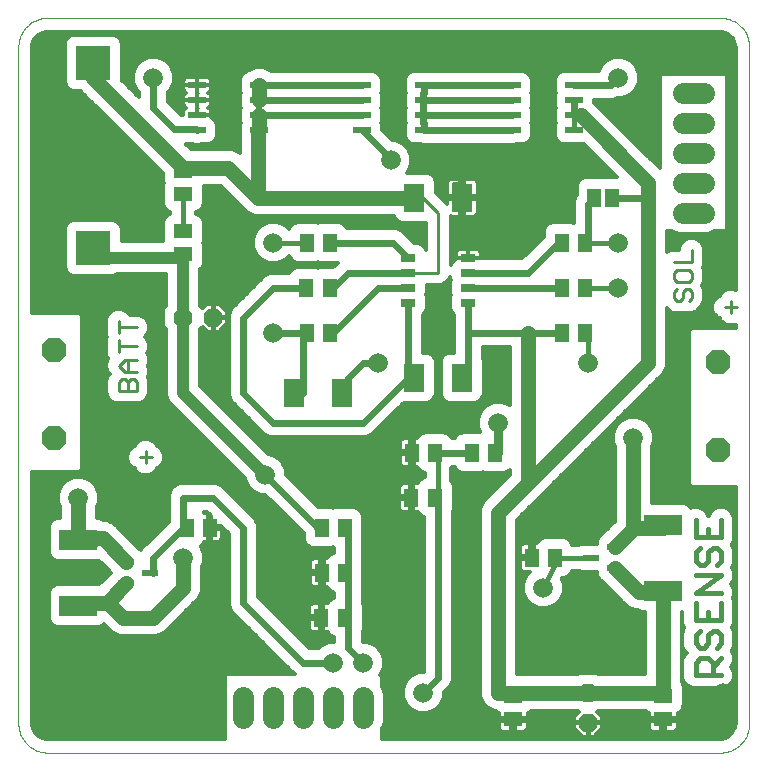
<source format=gtl>
G75*
G70*
%OFA0B0*%
%FSLAX24Y24*%
%IPPOS*%
%LPD*%
%AMOC8*
5,1,8,0,0,1.08239X$1,22.5*
%
%ADD10C,0.0000*%
%ADD11C,0.0110*%
%ADD12C,0.0150*%
%ADD13R,0.1260X0.0709*%
%ADD14R,0.0512X0.0630*%
%ADD15R,0.0709X0.0945*%
%ADD16OC8,0.0620*%
%ADD17R,0.0630X0.0512*%
%ADD18C,0.0700*%
%ADD19R,0.1180X0.1150*%
%ADD20R,0.0520X0.0220*%
%ADD21R,0.0500X0.0250*%
%ADD22R,0.0600X0.0220*%
%ADD23OC8,0.0812*%
%ADD24R,0.0460X0.0630*%
%ADD25C,0.0240*%
%ADD26C,0.0654*%
%ADD27C,0.0300*%
%ADD28C,0.0400*%
%ADD29C,0.0500*%
%ADD30C,0.0100*%
%ADD31C,0.0160*%
%ADD32C,0.0120*%
D10*
X000800Y001164D02*
X000800Y023692D01*
X000802Y023754D01*
X000808Y023815D01*
X000817Y023876D01*
X000831Y023937D01*
X000848Y023996D01*
X000869Y024054D01*
X000894Y024111D01*
X000922Y024166D01*
X000953Y024219D01*
X000988Y024270D01*
X001026Y024319D01*
X001067Y024366D01*
X001110Y024409D01*
X001157Y024450D01*
X001206Y024488D01*
X001257Y024523D01*
X001310Y024554D01*
X001365Y024582D01*
X001422Y024607D01*
X001480Y024628D01*
X001539Y024645D01*
X001600Y024659D01*
X001661Y024668D01*
X001722Y024674D01*
X001784Y024676D01*
X024186Y024676D01*
X024248Y024674D01*
X024309Y024668D01*
X024370Y024659D01*
X024431Y024645D01*
X024490Y024628D01*
X024548Y024607D01*
X024605Y024582D01*
X024660Y024554D01*
X024713Y024523D01*
X024764Y024488D01*
X024813Y024450D01*
X024860Y024409D01*
X024903Y024366D01*
X024944Y024319D01*
X024982Y024270D01*
X025017Y024219D01*
X025048Y024166D01*
X025076Y024111D01*
X025101Y024054D01*
X025122Y023996D01*
X025139Y023937D01*
X025153Y023876D01*
X025162Y023815D01*
X025168Y023754D01*
X025170Y023692D01*
X025170Y001164D01*
X025168Y001102D01*
X025162Y001041D01*
X025153Y000980D01*
X025139Y000919D01*
X025122Y000860D01*
X025101Y000802D01*
X025076Y000745D01*
X025048Y000690D01*
X025017Y000637D01*
X024982Y000586D01*
X024944Y000537D01*
X024903Y000490D01*
X024860Y000447D01*
X024813Y000406D01*
X024764Y000368D01*
X024713Y000333D01*
X024660Y000302D01*
X024605Y000274D01*
X024548Y000249D01*
X024490Y000228D01*
X024431Y000211D01*
X024370Y000197D01*
X024309Y000188D01*
X024248Y000182D01*
X024186Y000180D01*
X001784Y000180D01*
X001722Y000182D01*
X001661Y000188D01*
X001600Y000197D01*
X001539Y000211D01*
X001480Y000228D01*
X001422Y000249D01*
X001365Y000274D01*
X001310Y000302D01*
X001257Y000333D01*
X001206Y000368D01*
X001157Y000406D01*
X001110Y000447D01*
X001067Y000490D01*
X001026Y000537D01*
X000988Y000586D01*
X000953Y000637D01*
X000922Y000690D01*
X000894Y000745D01*
X000869Y000802D01*
X000848Y000860D01*
X000831Y000919D01*
X000817Y000980D01*
X000808Y001041D01*
X000802Y001102D01*
X000800Y001164D01*
D11*
X005052Y009833D02*
X005052Y010227D01*
X004855Y010030D02*
X005249Y010030D01*
X004745Y012235D02*
X004154Y012235D01*
X004154Y012530D01*
X004253Y012629D01*
X004351Y012629D01*
X004450Y012530D01*
X004450Y012235D01*
X004745Y012235D02*
X004745Y012530D01*
X004647Y012629D01*
X004548Y012629D01*
X004450Y012530D01*
X004450Y012880D02*
X004450Y013273D01*
X004351Y013273D02*
X004745Y013273D01*
X004351Y013273D02*
X004154Y013076D01*
X004351Y012880D01*
X004745Y012880D01*
X004154Y013524D02*
X004154Y013918D01*
X004154Y013721D02*
X004745Y013721D01*
X004745Y014365D02*
X004154Y014365D01*
X004154Y014169D02*
X004154Y014562D01*
X022654Y015333D02*
X022753Y015235D01*
X022851Y015235D01*
X022950Y015333D01*
X022950Y015530D01*
X023048Y015629D01*
X023147Y015629D01*
X023245Y015530D01*
X023245Y015333D01*
X023147Y015235D01*
X022753Y015629D02*
X022654Y015530D01*
X022654Y015333D01*
X022753Y015880D02*
X023147Y015880D01*
X023245Y015978D01*
X023245Y016175D01*
X023147Y016273D01*
X022753Y016273D01*
X022654Y016175D01*
X022654Y015978D01*
X022753Y015880D01*
X022654Y016524D02*
X023245Y016524D01*
X023245Y016918D01*
X024552Y015227D02*
X024552Y014833D01*
X024355Y015030D02*
X024749Y015030D01*
D12*
X020800Y015680D02*
X019674Y015680D01*
X019674Y014180D02*
X019800Y014180D01*
X019800Y013180D01*
X019800Y017180D02*
X019674Y017180D01*
X019800Y017180D02*
X020800Y017180D01*
X018926Y017180D02*
X018800Y017180D01*
X014003Y012680D02*
X013800Y012680D01*
X011300Y014180D02*
X011174Y014180D01*
X010426Y014180D02*
X010300Y014180D01*
X010300Y015680D02*
X010406Y015680D01*
X011194Y015680D02*
X011300Y015680D01*
X011300Y017180D02*
X011174Y017180D01*
X006300Y017554D02*
X006300Y018786D01*
X006300Y019574D02*
X006300Y019680D01*
X003300Y022680D02*
X003300Y023180D01*
X010003Y012180D02*
X010300Y012180D01*
X014674Y010180D02*
X014800Y010180D01*
X014800Y008680D01*
X014694Y008680D01*
X011800Y007680D02*
X011674Y007680D01*
X011674Y006180D02*
X011800Y006180D01*
X011800Y004680D02*
X011694Y004680D01*
X006426Y007680D02*
X006300Y007680D01*
X005300Y006180D02*
X005200Y006180D01*
X018300Y005680D02*
X018800Y006680D01*
X018674Y006680D01*
X018800Y006680D02*
X019900Y006680D01*
X023374Y006580D02*
X023516Y006438D01*
X023658Y006438D01*
X023800Y006580D01*
X023800Y006864D01*
X023941Y007005D01*
X024083Y007005D01*
X024225Y006864D01*
X024225Y006580D01*
X024083Y006438D01*
X024225Y006085D02*
X023374Y006085D01*
X023374Y006580D02*
X023374Y006864D01*
X023516Y007005D01*
X023374Y007359D02*
X024225Y007359D01*
X024225Y007926D01*
X023800Y007643D02*
X023800Y007359D01*
X023374Y007359D02*
X023374Y007926D01*
X024225Y006085D02*
X023374Y005517D01*
X024225Y005517D01*
X024225Y005164D02*
X024225Y004597D01*
X023374Y004597D01*
X023374Y005164D01*
X023800Y004880D02*
X023800Y004597D01*
X023941Y004243D02*
X024083Y004243D01*
X024225Y004101D01*
X024225Y003818D01*
X024083Y003676D01*
X023800Y003818D02*
X023800Y004101D01*
X023941Y004243D01*
X023516Y004243D02*
X023374Y004101D01*
X023374Y003818D01*
X023516Y003676D01*
X023658Y003676D01*
X023800Y003818D01*
X023800Y003322D02*
X023516Y003322D01*
X023374Y003180D01*
X023374Y002755D01*
X024225Y002755D01*
X023941Y002755D02*
X023941Y003180D01*
X023800Y003322D01*
X023941Y003039D02*
X024225Y003322D01*
D13*
X022300Y005578D03*
X022300Y007782D03*
X002800Y007282D03*
X002800Y005078D03*
D14*
X006426Y007680D03*
X007174Y007680D03*
X010926Y007680D03*
X011674Y007680D03*
X011674Y006180D03*
X010926Y006180D03*
X010906Y004680D03*
X011694Y004680D03*
X013906Y008680D03*
X014694Y008680D03*
X014674Y010180D03*
X013926Y010180D03*
X015926Y010180D03*
X016674Y010180D03*
X017926Y006680D03*
X018674Y006680D03*
X018926Y014180D03*
X019674Y014180D03*
X019674Y015680D03*
X018926Y015680D03*
X018926Y017180D03*
X019674Y017180D03*
X011174Y017180D03*
X010426Y017180D03*
X010406Y015680D03*
X011194Y015680D03*
X011174Y014180D03*
X010426Y014180D03*
D15*
X010003Y012180D03*
X011597Y012180D03*
X014003Y012680D03*
X015597Y012680D03*
X015597Y018680D03*
X014003Y018680D03*
D16*
X007300Y014680D03*
X006300Y014680D03*
X019800Y002180D03*
X019800Y001180D03*
D17*
X017300Y001286D03*
X017300Y002074D03*
X022300Y002074D03*
X022300Y001286D03*
X006300Y016806D03*
X006300Y017554D03*
X006300Y018786D03*
X006300Y019574D03*
D18*
X022950Y019180D02*
X023650Y019180D01*
X023650Y018180D02*
X022950Y018180D01*
X022950Y020180D02*
X023650Y020180D01*
X023650Y021180D02*
X022950Y021180D01*
X022950Y022180D02*
X023650Y022180D01*
X012300Y002030D02*
X012300Y001330D01*
X011300Y001330D02*
X011300Y002030D01*
X010300Y002030D02*
X010300Y001330D01*
X009300Y001330D02*
X009300Y002030D01*
X008300Y002030D02*
X008300Y001330D01*
D19*
X003300Y017000D03*
X003300Y023180D03*
D20*
X004400Y006540D03*
X004400Y005820D03*
X005200Y006180D03*
X019900Y006680D03*
X020700Y006320D03*
X020700Y007040D03*
D21*
X015800Y015180D03*
X015800Y015680D03*
X015800Y016180D03*
X015800Y016680D03*
X013800Y016680D03*
X013800Y016180D03*
X013800Y015680D03*
X013800Y015180D03*
D22*
X014340Y020930D03*
X014340Y021430D03*
X014340Y021930D03*
X014340Y022430D03*
X012260Y022430D03*
X012260Y021930D03*
X012260Y021430D03*
X012260Y020930D03*
X008840Y020930D03*
X008840Y021430D03*
X008840Y021930D03*
X008840Y022430D03*
X006760Y022430D03*
X006760Y021930D03*
X006760Y021430D03*
X006760Y020930D03*
X017260Y020930D03*
X017260Y021430D03*
X017260Y021930D03*
X017260Y022430D03*
X019340Y022430D03*
X019340Y021930D03*
X019340Y021430D03*
X019340Y020930D03*
D23*
X024111Y013204D03*
X024111Y010251D03*
X001989Y010656D03*
X001989Y013609D03*
D24*
X020000Y018680D03*
X020600Y018680D03*
D25*
X021800Y018680D01*
X020000Y018680D02*
X019800Y018480D01*
X019800Y017180D01*
X018800Y017180D02*
X017800Y016180D01*
X015800Y016180D01*
X015800Y015680D02*
X018926Y015680D01*
X018926Y014180D02*
X017800Y014180D01*
X015800Y014180D01*
X015800Y015180D01*
X015800Y014180D02*
X015800Y012680D01*
X013800Y012680D02*
X012300Y011180D01*
X009300Y011180D01*
X008300Y012180D01*
X008300Y014680D01*
X009300Y015680D01*
X010300Y015680D01*
X011300Y015680D02*
X011800Y016180D01*
X013800Y016180D01*
X013800Y015680D02*
X012800Y015680D01*
X011300Y014180D01*
X010426Y014180D02*
X009300Y014180D01*
X010300Y014180D02*
X010300Y012180D01*
X011597Y012180D02*
X011800Y012680D01*
X012300Y013180D01*
X012800Y013180D01*
X013800Y012680D02*
X013800Y015180D01*
X013800Y016680D02*
X013300Y017180D01*
X011300Y017180D01*
X013210Y019980D02*
X012260Y020930D01*
X012260Y021430D02*
X008800Y021430D01*
X008840Y021930D02*
X012260Y021930D01*
X012260Y022430D02*
X008840Y022430D01*
X006760Y020930D02*
X006720Y020970D01*
X006000Y020970D01*
X005800Y021170D01*
X005800Y021180D02*
X005300Y021680D01*
X005300Y022680D01*
X014300Y022180D02*
X014300Y021930D01*
X014300Y021430D01*
X014300Y021180D01*
X014340Y021180D01*
X014340Y020930D01*
X017260Y020930D01*
X017260Y021430D02*
X014340Y021430D01*
X014300Y021430D01*
X014300Y021930D02*
X014340Y021930D01*
X017260Y021930D01*
X017260Y022430D02*
X014340Y022430D01*
X014340Y022180D01*
X014300Y022180D01*
X019340Y021930D02*
X019340Y021430D01*
X019550Y021430D01*
X019340Y022430D02*
X020550Y022430D01*
X020800Y022680D01*
X015926Y010180D02*
X014800Y010180D01*
X014800Y008680D02*
X014800Y002680D01*
X014300Y002180D01*
X012300Y003180D02*
X011800Y003680D01*
X011800Y004680D01*
X011800Y006180D01*
X011800Y007680D01*
X010800Y007680D02*
X009030Y009450D01*
X007300Y008680D02*
X006300Y008680D01*
X006300Y007680D01*
X005300Y006680D01*
X005300Y006180D01*
X007300Y008680D02*
X008300Y007680D01*
X008300Y005180D01*
X010300Y003180D01*
X011300Y003180D01*
D26*
X011300Y003180D03*
X012300Y003180D03*
X014300Y002180D03*
X018300Y005680D03*
X021300Y010680D03*
X019800Y013180D03*
X020800Y015680D03*
X020800Y017180D03*
X020800Y022680D03*
X013210Y019930D03*
X009300Y017180D03*
X009300Y014180D03*
X012800Y013180D03*
X016800Y011180D03*
X009030Y009450D03*
X006300Y006680D03*
X002800Y008680D03*
X001800Y001180D03*
X005300Y022680D03*
X006300Y023680D03*
X007300Y023680D03*
X008300Y023680D03*
X024300Y002180D03*
X024300Y001180D03*
D27*
X022300Y007680D02*
X022300Y007782D01*
X016800Y010180D02*
X016674Y010180D01*
X016800Y010180D02*
X016800Y011180D01*
X010926Y007680D02*
X010800Y007680D01*
X002800Y005180D02*
X002800Y005078D01*
X003300Y016680D02*
X003300Y017000D01*
X006300Y016806D02*
X006300Y016680D01*
D28*
X003300Y016680D01*
X006300Y016680D02*
X006300Y014680D01*
X006300Y012180D01*
X009030Y009450D01*
D29*
X006300Y006680D02*
X006300Y005680D01*
X005300Y004680D01*
X004300Y004680D01*
X003800Y005180D01*
X003760Y005180D02*
X004400Y005820D01*
X004400Y006540D02*
X003620Y007320D01*
X002800Y007282D01*
X002800Y008680D01*
X002800Y005180D02*
X003760Y005180D01*
X016800Y002180D02*
X016800Y008180D01*
X017800Y009180D01*
X021800Y013180D01*
X021800Y018680D01*
X021800Y019180D01*
X019550Y021430D01*
X014003Y018680D02*
X008800Y018680D01*
X007800Y019680D01*
X006300Y019680D01*
X003300Y022680D01*
X008840Y022430D02*
X008840Y021930D01*
X008840Y021430D02*
X008840Y020930D01*
X008800Y020930D02*
X008800Y018680D01*
X017800Y014180D02*
X017800Y009180D01*
X020700Y007040D02*
X021300Y007640D01*
X021300Y007680D02*
X021300Y010680D01*
X021300Y007680D02*
X022300Y007680D01*
X020700Y006320D02*
X021480Y005540D01*
X022300Y005578D01*
X022300Y002180D01*
X019800Y002180D01*
X017300Y002180D01*
X016800Y002180D01*
D30*
X017300Y002180D02*
X017300Y002074D01*
X022300Y002074D02*
X022300Y002180D01*
X015800Y012680D02*
X015597Y012680D01*
X014800Y016180D02*
X013800Y016180D01*
X014800Y016180D02*
X014800Y018180D01*
X014300Y018680D01*
X014003Y018680D01*
X015300Y018680D02*
X015597Y018680D01*
X015537Y019180D02*
X015300Y019180D01*
X006800Y021680D02*
X006760Y021700D01*
X006800Y022180D02*
X006760Y022200D01*
X003800Y005180D02*
X003760Y005180D01*
D31*
X009300Y017180D02*
X010426Y017180D01*
X013210Y019930D02*
X013210Y019980D01*
X008840Y020930D02*
X008800Y020930D01*
X008800Y021430D02*
X008800Y021680D01*
X008840Y021680D01*
X008840Y021430D01*
X008840Y021930D01*
X005800Y021180D02*
X005800Y021170D01*
X019340Y021430D02*
X019340Y020930D01*
X021300Y007680D02*
X021300Y007640D01*
D32*
X020690Y007893D02*
X020264Y007467D01*
X020236Y007455D01*
X020135Y007354D01*
X020080Y007222D01*
X020080Y007150D01*
X019568Y007150D01*
X019484Y007115D01*
X019270Y007115D01*
X019235Y007199D01*
X019134Y007300D01*
X019002Y007355D01*
X018347Y007355D01*
X018214Y007300D01*
X018113Y007199D01*
X018095Y007155D01*
X017986Y007155D01*
X017986Y006740D01*
X017866Y006740D01*
X017866Y007155D01*
X017649Y007155D01*
X017608Y007144D01*
X017572Y007123D01*
X017542Y007093D01*
X017521Y007057D01*
X017510Y007016D01*
X017510Y006740D01*
X017866Y006740D01*
X017866Y006620D01*
X017510Y006620D01*
X017510Y006344D01*
X017521Y006303D01*
X017542Y006267D01*
X017572Y006237D01*
X017608Y006216D01*
X017649Y006205D01*
X017853Y006205D01*
X017717Y006069D01*
X017613Y005817D01*
X017613Y005543D01*
X017717Y005291D01*
X017911Y005097D01*
X018163Y004993D01*
X018437Y004993D01*
X018689Y005097D01*
X018883Y005291D01*
X018987Y005543D01*
X018987Y005817D01*
X018927Y005962D01*
X018949Y006005D01*
X019002Y006005D01*
X019134Y006060D01*
X019235Y006161D01*
X019270Y006245D01*
X019484Y006245D01*
X019568Y006210D01*
X020080Y006210D01*
X020080Y006138D01*
X020135Y006006D01*
X020236Y005905D01*
X020264Y005893D01*
X020973Y005184D01*
X020979Y005171D01*
X021059Y005099D01*
X021135Y005023D01*
X021148Y005017D01*
X021159Y005007D01*
X021260Y004971D01*
X021359Y004930D01*
X021373Y004930D01*
X021387Y004925D01*
X021456Y004928D01*
X021466Y004918D01*
X021598Y004863D01*
X021690Y004863D01*
X021690Y002790D01*
X020138Y002790D01*
X020078Y002850D01*
X019522Y002850D01*
X019462Y002790D01*
X017410Y002790D01*
X017410Y007927D01*
X018146Y008663D01*
X022317Y012834D01*
X022410Y013059D01*
X022410Y014991D01*
X022518Y014883D01*
X022617Y014842D01*
X022670Y014820D01*
X022934Y014820D01*
X022999Y014847D01*
X023064Y014820D01*
X023229Y014820D01*
X023382Y014883D01*
X023597Y015098D01*
X023660Y015251D01*
X023660Y015613D01*
X023601Y015754D01*
X023660Y015895D01*
X023660Y016257D01*
X023622Y016349D01*
X023660Y016442D01*
X023660Y017000D01*
X023597Y017153D01*
X023480Y017270D01*
X023328Y017333D01*
X023162Y017333D01*
X023010Y017270D01*
X022893Y017153D01*
X022830Y017000D01*
X022830Y016939D01*
X022572Y016939D01*
X022419Y016876D01*
X022410Y016866D01*
X022410Y017570D01*
X022567Y017570D01*
X022809Y017470D01*
X023791Y017470D01*
X024033Y017570D01*
X024346Y017570D01*
X024410Y017634D01*
X024410Y022726D01*
X024346Y022790D01*
X022254Y022790D01*
X022190Y022726D01*
X022190Y019653D01*
X022146Y019697D01*
X020000Y021843D01*
X020000Y021950D01*
X020645Y021950D01*
X020749Y021993D01*
X020937Y021993D01*
X021189Y022097D01*
X021383Y022291D01*
X021487Y022543D01*
X021487Y022817D01*
X021383Y023069D01*
X021189Y023263D01*
X020937Y023367D01*
X020663Y023367D01*
X020411Y023263D01*
X020217Y023069D01*
X020151Y022910D01*
X019245Y022910D01*
X019220Y022900D01*
X018968Y022900D01*
X018836Y022845D01*
X018735Y022744D01*
X018680Y022612D01*
X018680Y022248D01*
X018708Y022180D01*
X018680Y022112D01*
X018680Y021748D01*
X018708Y021680D01*
X018680Y021612D01*
X018680Y021248D01*
X018708Y021180D01*
X018680Y021112D01*
X018680Y020748D01*
X018735Y020616D01*
X018836Y020515D01*
X018968Y020460D01*
X019657Y020460D01*
X020762Y019355D01*
X019698Y019355D01*
X019566Y019300D01*
X019465Y019199D01*
X019410Y019067D01*
X019410Y018769D01*
X019393Y018752D01*
X019320Y018575D01*
X019320Y017844D01*
X019300Y017836D01*
X019253Y017855D01*
X018598Y017855D01*
X018466Y017800D01*
X018365Y017699D01*
X018310Y017567D01*
X018310Y017369D01*
X017601Y016660D01*
X016210Y016660D01*
X016210Y016677D01*
X015803Y016677D01*
X015803Y016683D01*
X015797Y016683D01*
X015797Y016965D01*
X015529Y016965D01*
X015488Y016954D01*
X015452Y016933D01*
X015422Y016903D01*
X015401Y016867D01*
X015390Y016826D01*
X015390Y016683D01*
X015797Y016683D01*
X015797Y016677D01*
X015390Y016677D01*
X015390Y016628D01*
X015346Y016610D01*
X015245Y016509D01*
X015210Y016425D01*
X015210Y018051D01*
X015222Y018048D01*
X015537Y018048D01*
X015537Y018620D01*
X015083Y018620D01*
X015083Y018477D01*
X014717Y018843D01*
X014717Y019224D01*
X014662Y019356D01*
X014561Y019458D01*
X014429Y019512D01*
X013764Y019512D01*
X013793Y019541D01*
X013897Y019793D01*
X013897Y020067D01*
X013793Y020319D01*
X013599Y020513D01*
X013347Y020617D01*
X013252Y020617D01*
X012920Y020949D01*
X012920Y021112D01*
X012892Y021180D01*
X012920Y021248D01*
X012920Y021612D01*
X012892Y021680D01*
X012920Y021748D01*
X012920Y022112D01*
X012892Y022180D01*
X012920Y022248D01*
X012920Y022612D01*
X012865Y022744D01*
X012764Y022845D01*
X012632Y022900D01*
X012380Y022900D01*
X012355Y022910D01*
X009223Y022910D01*
X009186Y022947D01*
X008961Y023040D01*
X008719Y023040D01*
X008494Y022947D01*
X008432Y022885D01*
X008336Y022845D01*
X008235Y022744D01*
X008180Y022612D01*
X008180Y022248D01*
X008208Y022180D01*
X008180Y022112D01*
X008180Y021748D01*
X008208Y021680D01*
X008180Y021612D01*
X008180Y021248D01*
X008208Y021180D01*
X008180Y021112D01*
X008180Y020748D01*
X008190Y020724D01*
X008190Y020153D01*
X008146Y020197D01*
X007921Y020290D01*
X006553Y020290D01*
X006379Y020464D01*
X006388Y020460D01*
X006640Y020460D01*
X006665Y020450D01*
X006855Y020450D01*
X006880Y020460D01*
X007132Y020460D01*
X007264Y020515D01*
X007365Y020616D01*
X007420Y020748D01*
X007420Y021112D01*
X007365Y021244D01*
X007264Y021345D01*
X007220Y021363D01*
X007220Y021430D01*
X007220Y021561D01*
X007209Y021602D01*
X007188Y021638D01*
X007158Y021668D01*
X007138Y021680D01*
X007158Y021692D01*
X007188Y021722D01*
X007209Y021758D01*
X007220Y021799D01*
X007220Y021930D01*
X007220Y022061D01*
X007209Y022102D01*
X007188Y022138D01*
X007158Y022168D01*
X007138Y022180D01*
X007158Y022192D01*
X007188Y022222D01*
X007209Y022258D01*
X007220Y022299D01*
X007220Y022430D01*
X007220Y022561D01*
X007209Y022602D01*
X007188Y022638D01*
X007158Y022668D01*
X007122Y022689D01*
X007081Y022700D01*
X006760Y022700D01*
X006760Y022430D01*
X006760Y022430D01*
X007220Y022430D01*
X006760Y022430D01*
X006760Y022430D01*
X006760Y021930D01*
X006760Y021930D01*
X007220Y021930D01*
X006760Y021930D01*
X006760Y021930D01*
X006760Y022160D01*
X006760Y022430D01*
X006760Y022430D01*
X006760Y022430D01*
X006300Y022430D01*
X006300Y022561D01*
X006311Y022602D01*
X006332Y022638D01*
X006362Y022668D01*
X006398Y022689D01*
X006439Y022700D01*
X006760Y022700D01*
X006760Y022430D01*
X006300Y022430D01*
X006300Y022299D01*
X006311Y022258D01*
X006332Y022222D01*
X006362Y022192D01*
X006382Y022180D01*
X006362Y022168D01*
X006332Y022138D01*
X006311Y022102D01*
X006300Y022061D01*
X006300Y021930D01*
X006760Y021930D01*
X006760Y021450D01*
X006760Y021450D01*
X006760Y021660D01*
X006760Y021930D01*
X006760Y021930D01*
X006760Y021930D01*
X006300Y021930D01*
X006300Y021799D01*
X006311Y021758D01*
X006332Y021722D01*
X006362Y021692D01*
X006382Y021680D01*
X006362Y021668D01*
X006332Y021638D01*
X006311Y021602D01*
X006300Y021561D01*
X006300Y021450D01*
X006208Y021450D01*
X006207Y021452D01*
X005780Y021879D01*
X005780Y022188D01*
X005883Y022291D01*
X005987Y022543D01*
X005987Y022817D01*
X005883Y023069D01*
X005689Y023263D01*
X005437Y023367D01*
X005163Y023367D01*
X004911Y023263D01*
X004717Y023069D01*
X004613Y022817D01*
X004613Y022543D01*
X004717Y022291D01*
X004820Y022188D01*
X004820Y022023D01*
X004250Y022593D01*
X004250Y023827D01*
X004195Y023959D01*
X004094Y024060D01*
X003962Y024115D01*
X002638Y024115D01*
X002506Y024060D01*
X002405Y023959D01*
X002350Y023827D01*
X002350Y022533D01*
X002405Y022401D01*
X002506Y022300D01*
X002638Y022245D01*
X002872Y022245D01*
X005625Y019492D01*
X005625Y019246D01*
X005652Y019180D01*
X005625Y019114D01*
X005625Y018459D01*
X005680Y018326D01*
X005781Y018225D01*
X005865Y018190D01*
X005865Y018150D01*
X005781Y018115D01*
X005680Y018014D01*
X005625Y017882D01*
X005625Y017240D01*
X004250Y017240D01*
X004250Y017647D01*
X004195Y017779D01*
X004094Y017880D01*
X003962Y017935D01*
X002638Y017935D01*
X002506Y017880D01*
X002405Y017779D01*
X002350Y017647D01*
X002350Y016353D01*
X002405Y016221D01*
X002506Y016120D01*
X002638Y016065D01*
X003962Y016065D01*
X004094Y016120D01*
X005740Y016120D01*
X005740Y015068D01*
X005630Y014958D01*
X005630Y014402D01*
X005740Y014292D01*
X005740Y012069D01*
X005825Y011863D01*
X008343Y009345D01*
X008343Y009313D01*
X008447Y009061D01*
X008641Y008867D01*
X008893Y008763D01*
X009038Y008763D01*
X010310Y007491D01*
X010310Y007293D01*
X010365Y007161D01*
X010466Y007060D01*
X010598Y007005D01*
X011253Y007005D01*
X011300Y007024D01*
X011320Y007016D01*
X011320Y006844D01*
X011214Y006800D01*
X011113Y006699D01*
X011095Y006655D01*
X010986Y006655D01*
X010986Y006240D01*
X010866Y006240D01*
X010866Y006655D01*
X010649Y006655D01*
X010608Y006644D01*
X010572Y006623D01*
X010542Y006593D01*
X010521Y006557D01*
X010510Y006516D01*
X010510Y006240D01*
X010866Y006240D01*
X010866Y006120D01*
X010986Y006120D01*
X010986Y005705D01*
X011095Y005705D01*
X011113Y005661D01*
X011214Y005560D01*
X011320Y005516D01*
X011320Y005336D01*
X011234Y005300D01*
X011133Y005199D01*
X011114Y005155D01*
X010966Y005155D01*
X010966Y004740D01*
X010846Y004740D01*
X010846Y004620D01*
X010490Y004620D01*
X010490Y004344D01*
X010501Y004303D01*
X010522Y004267D01*
X010552Y004237D01*
X010589Y004216D01*
X010629Y004205D01*
X010846Y004205D01*
X010846Y004620D01*
X010966Y004620D01*
X010966Y004205D01*
X011114Y004205D01*
X011133Y004161D01*
X011234Y004060D01*
X011320Y004024D01*
X011320Y003867D01*
X011163Y003867D01*
X010911Y003763D01*
X010808Y003660D01*
X010499Y003660D01*
X008780Y005379D01*
X008780Y007775D01*
X008707Y007952D01*
X008572Y008087D01*
X007707Y008952D01*
X007572Y009087D01*
X007395Y009160D01*
X006205Y009160D01*
X006028Y009087D01*
X005893Y008952D01*
X005820Y008775D01*
X005820Y008091D01*
X005810Y008067D01*
X005810Y007869D01*
X004893Y006952D01*
X004886Y006934D01*
X004885Y006935D02*
X004886Y006935D01*
X004886Y006934D02*
X004864Y006955D01*
X004836Y006967D01*
X004127Y007676D01*
X004121Y007689D01*
X004041Y007761D01*
X003965Y007837D01*
X003952Y007843D01*
X003941Y007853D01*
X003840Y007889D01*
X003741Y007930D01*
X003727Y007930D01*
X003713Y007935D01*
X003644Y007932D01*
X003634Y007942D01*
X003502Y007997D01*
X003410Y007997D01*
X003410Y008357D01*
X003487Y008543D01*
X003487Y008817D01*
X003383Y009069D01*
X003189Y009263D01*
X002937Y009367D01*
X002663Y009367D01*
X002411Y009263D01*
X002217Y009069D01*
X002113Y008817D01*
X002113Y008543D01*
X002190Y008357D01*
X002190Y007997D01*
X002098Y007997D01*
X001966Y007942D01*
X001865Y007841D01*
X001810Y007708D01*
X001810Y006856D01*
X001865Y006724D01*
X001966Y006623D01*
X002098Y006568D01*
X003502Y006568D01*
X003507Y006570D01*
X003823Y006254D01*
X003835Y006226D01*
X003881Y006180D01*
X003835Y006134D01*
X003823Y006106D01*
X003507Y005790D01*
X003506Y005790D01*
X003502Y005792D01*
X002098Y005792D01*
X001966Y005737D01*
X001865Y005636D01*
X001810Y005504D01*
X001810Y004652D01*
X001865Y004519D01*
X001966Y004418D01*
X002098Y004363D01*
X003502Y004363D01*
X003634Y004418D01*
X003667Y004451D01*
X003783Y004334D01*
X003954Y004163D01*
X004179Y004070D01*
X005421Y004070D01*
X005646Y004163D01*
X006646Y005163D01*
X006817Y005334D01*
X006910Y005559D01*
X006910Y006357D01*
X006987Y006543D01*
X006987Y006817D01*
X006886Y007060D01*
X006987Y007161D01*
X007005Y007205D01*
X007114Y007205D01*
X007114Y007620D01*
X007234Y007620D01*
X007234Y007205D01*
X007451Y007205D01*
X007492Y007216D01*
X007528Y007237D01*
X007558Y007267D01*
X007579Y007303D01*
X007590Y007344D01*
X007590Y007620D01*
X007234Y007620D01*
X007234Y007740D01*
X007114Y007740D01*
X007114Y008155D01*
X007005Y008155D01*
X006987Y008199D01*
X006986Y008200D01*
X007101Y008200D01*
X007234Y008067D01*
X007234Y007740D01*
X007561Y007740D01*
X007820Y007481D01*
X007820Y005085D01*
X007893Y004908D01*
X009893Y002908D01*
X010011Y002790D01*
X007754Y002790D01*
X007690Y002726D01*
X007690Y000640D01*
X001784Y000640D01*
X001716Y000644D01*
X001584Y000680D01*
X001465Y000748D01*
X001368Y000845D01*
X001300Y000964D01*
X001264Y001096D01*
X001260Y001164D01*
X001260Y009540D01*
X002858Y009540D01*
X002940Y009622D01*
X002940Y014738D01*
X002858Y014820D01*
X001260Y014820D01*
X001260Y023692D01*
X001264Y023760D01*
X001300Y023892D01*
X001368Y024011D01*
X001465Y024108D01*
X001584Y024176D01*
X001716Y024212D01*
X001784Y024216D01*
X024186Y024216D01*
X024254Y024212D01*
X024386Y024176D01*
X024505Y024108D01*
X024602Y024011D01*
X024670Y023892D01*
X024706Y023760D01*
X024710Y023692D01*
X024710Y015611D01*
X024634Y015642D01*
X024469Y015642D01*
X024317Y015579D01*
X024200Y015462D01*
X024177Y015406D01*
X024120Y015382D01*
X024003Y015265D01*
X023940Y015113D01*
X023940Y014948D01*
X024003Y014795D01*
X024120Y014678D01*
X024177Y014655D01*
X024200Y014598D01*
X024317Y014482D01*
X024469Y014418D01*
X024634Y014418D01*
X024710Y014450D01*
X024710Y014320D01*
X023242Y014320D01*
X023160Y014238D01*
X023160Y009122D01*
X023242Y009040D01*
X024710Y009040D01*
X024710Y001164D01*
X024706Y001096D01*
X024670Y000964D01*
X024602Y000845D01*
X024505Y000748D01*
X024386Y000680D01*
X024254Y000644D01*
X024186Y000640D01*
X012910Y000640D01*
X012910Y000947D01*
X013010Y001189D01*
X013010Y002171D01*
X012910Y002413D01*
X012910Y002726D01*
X012864Y002772D01*
X012883Y002791D01*
X012987Y003043D01*
X012987Y003317D01*
X012883Y003569D01*
X012689Y003763D01*
X012437Y003867D01*
X012292Y003867D01*
X012280Y003879D01*
X012280Y004222D01*
X012310Y004293D01*
X012310Y005067D01*
X012280Y005138D01*
X012280Y005769D01*
X012290Y005793D01*
X012290Y006567D01*
X012280Y006591D01*
X012280Y007269D01*
X012290Y007293D01*
X012290Y008067D01*
X012235Y008199D01*
X012134Y008300D01*
X012002Y008355D01*
X011347Y008355D01*
X011300Y008336D01*
X011253Y008355D01*
X010804Y008355D01*
X009717Y009442D01*
X009717Y009587D01*
X009613Y009839D01*
X009419Y010033D01*
X009167Y010137D01*
X009135Y010137D01*
X006860Y012412D01*
X006860Y014292D01*
X006941Y014374D01*
X007105Y014210D01*
X007280Y014210D01*
X007280Y014660D01*
X007320Y014660D01*
X007320Y014700D01*
X007280Y014700D01*
X007280Y015150D01*
X007105Y015150D01*
X006941Y014986D01*
X006860Y015068D01*
X006860Y016286D01*
X006920Y016346D01*
X006975Y016478D01*
X006975Y017133D01*
X006956Y017180D01*
X006975Y017227D01*
X006975Y017882D01*
X006920Y018014D01*
X006819Y018115D01*
X006735Y018150D01*
X006735Y018190D01*
X006819Y018225D01*
X006920Y018326D01*
X006975Y018459D01*
X006975Y019070D01*
X007547Y019070D01*
X008283Y018334D01*
X008454Y018163D01*
X008679Y018070D01*
X013316Y018070D01*
X013343Y018004D01*
X013445Y017902D01*
X013577Y017848D01*
X014390Y017848D01*
X014390Y016925D01*
X014355Y017009D01*
X014254Y017110D01*
X014122Y017165D01*
X013994Y017165D01*
X013572Y017587D01*
X013395Y017660D01*
X011751Y017660D01*
X011735Y017699D01*
X011634Y017800D01*
X011502Y017855D01*
X010847Y017855D01*
X010800Y017836D01*
X010753Y017855D01*
X010098Y017855D01*
X009966Y017800D01*
X009865Y017699D01*
X009832Y017620D01*
X009689Y017763D01*
X009437Y017867D01*
X009163Y017867D01*
X008911Y017763D01*
X008717Y017569D01*
X008613Y017317D01*
X008613Y017043D01*
X008717Y016791D01*
X008911Y016597D01*
X009163Y016493D01*
X009437Y016493D01*
X009689Y016597D01*
X009832Y016740D01*
X009832Y016740D01*
X009865Y016661D01*
X009966Y016560D01*
X010098Y016505D01*
X010753Y016505D01*
X010800Y016524D01*
X010847Y016505D01*
X011446Y016505D01*
X011296Y016355D01*
X010866Y016355D01*
X010800Y016328D01*
X010734Y016355D01*
X010079Y016355D01*
X009946Y016300D01*
X009845Y016199D01*
X009829Y016160D01*
X009205Y016160D01*
X009028Y016087D01*
X007893Y014952D01*
X007820Y014775D01*
X007820Y012085D01*
X007893Y011908D01*
X008893Y010908D01*
X009028Y010773D01*
X009205Y010700D01*
X012395Y010700D01*
X012572Y010773D01*
X013646Y011848D01*
X014429Y011848D01*
X014561Y011902D01*
X014662Y012004D01*
X014717Y012136D01*
X014717Y013224D01*
X014662Y013356D01*
X014561Y013458D01*
X014429Y013512D01*
X014280Y013512D01*
X014280Y014776D01*
X014355Y014851D01*
X014410Y014983D01*
X014410Y015377D01*
X014388Y015430D01*
X014410Y015483D01*
X014410Y015770D01*
X014882Y015770D01*
X015032Y015832D01*
X015148Y015948D01*
X015190Y016050D01*
X015190Y015983D01*
X015212Y015930D01*
X015190Y015877D01*
X015190Y015483D01*
X015212Y015430D01*
X015190Y015377D01*
X015190Y014983D01*
X015245Y014851D01*
X015320Y014776D01*
X015320Y013512D01*
X015171Y013512D01*
X015039Y013458D01*
X014938Y013356D01*
X014883Y013224D01*
X014883Y012136D01*
X014938Y012004D01*
X015039Y011902D01*
X015171Y011848D01*
X016023Y011848D01*
X016155Y011902D01*
X016257Y012004D01*
X016312Y012136D01*
X016312Y013224D01*
X016280Y013300D01*
X016280Y013700D01*
X017190Y013700D01*
X017190Y011762D01*
X017189Y011763D01*
X016937Y011867D01*
X016663Y011867D01*
X016411Y011763D01*
X016217Y011569D01*
X016113Y011317D01*
X016113Y011043D01*
X016191Y010855D01*
X015598Y010855D01*
X015466Y010800D01*
X015365Y010699D01*
X015349Y010660D01*
X015251Y010660D01*
X015235Y010699D01*
X015134Y010800D01*
X015002Y010855D01*
X014347Y010855D01*
X014214Y010800D01*
X014113Y010699D01*
X014095Y010655D01*
X013986Y010655D01*
X013986Y010240D01*
X013866Y010240D01*
X013866Y010655D01*
X013649Y010655D01*
X013608Y010644D01*
X013572Y010623D01*
X013542Y010593D01*
X013521Y010557D01*
X013510Y010516D01*
X013510Y010240D01*
X013866Y010240D01*
X013866Y010120D01*
X013986Y010120D01*
X013986Y009705D01*
X014095Y009705D01*
X014113Y009661D01*
X014214Y009560D01*
X014347Y009505D01*
X014365Y009505D01*
X014365Y009354D01*
X014234Y009300D01*
X014133Y009199D01*
X014114Y009155D01*
X013966Y009155D01*
X013966Y008740D01*
X013846Y008740D01*
X013846Y008620D01*
X013490Y008620D01*
X013490Y008344D01*
X013501Y008303D01*
X013522Y008267D01*
X013552Y008237D01*
X013589Y008216D01*
X013629Y008205D01*
X013846Y008205D01*
X013846Y008620D01*
X013966Y008620D01*
X013966Y008205D01*
X014114Y008205D01*
X014133Y008161D01*
X014234Y008060D01*
X014320Y008024D01*
X014320Y002879D01*
X014308Y002867D01*
X014163Y002867D01*
X013911Y002763D01*
X013717Y002569D01*
X013613Y002317D01*
X013613Y002043D01*
X013717Y001791D01*
X013911Y001597D01*
X014163Y001493D01*
X014437Y001493D01*
X014689Y001597D01*
X014883Y001791D01*
X014987Y002043D01*
X014987Y002188D01*
X015072Y002273D01*
X015207Y002408D01*
X015280Y002585D01*
X015280Y008222D01*
X015310Y008293D01*
X015310Y009067D01*
X015255Y009199D01*
X015235Y009219D01*
X015235Y009661D01*
X015235Y009661D01*
X015251Y009700D01*
X015349Y009700D01*
X015365Y009661D01*
X015466Y009560D01*
X015598Y009505D01*
X016253Y009505D01*
X016300Y009524D01*
X016347Y009505D01*
X017002Y009505D01*
X017134Y009560D01*
X017190Y009616D01*
X017190Y009433D01*
X016454Y008697D01*
X016283Y008526D01*
X016190Y008301D01*
X016190Y002059D01*
X016283Y001834D01*
X016454Y001663D01*
X016679Y001570D01*
X016724Y001570D01*
X016781Y001513D01*
X016825Y001494D01*
X016825Y001346D01*
X017240Y001346D01*
X017240Y001226D01*
X017360Y001226D01*
X017360Y000870D01*
X017636Y000870D01*
X017677Y000881D01*
X017713Y000902D01*
X017743Y000932D01*
X017764Y000969D01*
X017775Y001009D01*
X017775Y001226D01*
X017360Y001226D01*
X017360Y001346D01*
X017775Y001346D01*
X017775Y001494D01*
X017819Y001513D01*
X017876Y001570D01*
X019462Y001570D01*
X019494Y001539D01*
X019330Y001375D01*
X019330Y001200D01*
X019780Y001200D01*
X019780Y001160D01*
X019820Y001160D01*
X019820Y001200D01*
X020270Y001200D01*
X020270Y001375D01*
X020106Y001539D01*
X020138Y001570D01*
X021724Y001570D01*
X021781Y001513D01*
X021825Y001494D01*
X021825Y001346D01*
X022240Y001346D01*
X022240Y001226D01*
X022360Y001226D01*
X022360Y000870D01*
X022636Y000870D01*
X022677Y000881D01*
X022713Y000902D01*
X022743Y000932D01*
X022764Y000969D01*
X022775Y001009D01*
X022775Y001226D01*
X022360Y001226D01*
X022360Y001346D01*
X022775Y001346D01*
X022775Y001494D01*
X022819Y001513D01*
X022920Y001614D01*
X022975Y001746D01*
X022975Y002401D01*
X022920Y002534D01*
X022910Y002544D01*
X022910Y004863D01*
X022939Y004863D01*
X022939Y004510D01*
X023005Y004350D01*
X023007Y004349D01*
X023005Y004348D01*
X022966Y004252D01*
X022939Y004188D01*
X022939Y003731D01*
X022967Y003663D01*
X023005Y003571D01*
X023005Y003571D01*
X023007Y003570D01*
X023078Y003499D01*
X023007Y003428D01*
X023005Y003427D01*
X022967Y003335D01*
X022939Y003267D01*
X022939Y002668D01*
X023005Y002509D01*
X023128Y002386D01*
X023288Y002320D01*
X024312Y002320D01*
X024471Y002386D01*
X024594Y002509D01*
X024660Y002668D01*
X024660Y002842D01*
X024594Y003001D01*
X024557Y003039D01*
X024594Y003076D01*
X024660Y003236D01*
X024660Y003409D01*
X024594Y003569D01*
X024592Y003570D01*
X024594Y003571D01*
X024660Y003731D01*
X024660Y004188D01*
X024594Y004348D01*
X024592Y004349D01*
X024594Y004350D01*
X024660Y004510D01*
X024660Y005250D01*
X024623Y005341D01*
X024660Y005431D01*
X024660Y005604D01*
X024594Y005764D01*
X024558Y005800D01*
X024563Y005807D01*
X024594Y005838D01*
X024610Y005878D01*
X024635Y005914D01*
X024643Y005957D01*
X024660Y005998D01*
X024660Y006041D01*
X024669Y006084D01*
X024660Y006127D01*
X024660Y006171D01*
X024643Y006211D01*
X024635Y006254D01*
X024611Y006290D01*
X024594Y006331D01*
X024592Y006332D01*
X024594Y006334D01*
X024660Y006493D01*
X024660Y006950D01*
X024594Y007110D01*
X024592Y007111D01*
X024594Y007113D01*
X024660Y007272D01*
X024660Y008013D01*
X024594Y008172D01*
X024471Y008295D01*
X024312Y008361D01*
X024138Y008361D01*
X023979Y008295D01*
X023856Y008172D01*
X023817Y008078D01*
X023782Y008078D01*
X023743Y008172D01*
X023621Y008295D01*
X023461Y008361D01*
X023288Y008361D01*
X023236Y008339D01*
X023235Y008341D01*
X023134Y008442D01*
X023002Y008497D01*
X021910Y008497D01*
X021910Y010357D01*
X021987Y010543D01*
X021987Y010817D01*
X021883Y011069D01*
X021689Y011263D01*
X021437Y011367D01*
X021163Y011367D01*
X020911Y011263D01*
X020717Y011069D01*
X020613Y010817D01*
X020613Y010543D01*
X020690Y010357D01*
X020690Y007893D01*
X020680Y007883D02*
X017410Y007883D01*
X017410Y007764D02*
X020561Y007764D01*
X020443Y007646D02*
X017410Y007646D01*
X017410Y007527D02*
X020324Y007527D01*
X020189Y007409D02*
X017410Y007409D01*
X017410Y007290D02*
X018204Y007290D01*
X018102Y007172D02*
X017410Y007172D01*
X017410Y007053D02*
X017520Y007053D01*
X017510Y006935D02*
X017410Y006935D01*
X017410Y006816D02*
X017510Y006816D01*
X017410Y006698D02*
X017866Y006698D01*
X017866Y006816D02*
X017986Y006816D01*
X017986Y006935D02*
X017866Y006935D01*
X017866Y007053D02*
X017986Y007053D01*
X017510Y006579D02*
X017410Y006579D01*
X017410Y006461D02*
X017510Y006461D01*
X017511Y006342D02*
X017410Y006342D01*
X017410Y006224D02*
X017595Y006224D01*
X017753Y006105D02*
X017410Y006105D01*
X017410Y005987D02*
X017683Y005987D01*
X017634Y005868D02*
X017410Y005868D01*
X017410Y005750D02*
X017613Y005750D01*
X017613Y005631D02*
X017410Y005631D01*
X017410Y005513D02*
X017626Y005513D01*
X017675Y005394D02*
X017410Y005394D01*
X017410Y005276D02*
X017733Y005276D01*
X017851Y005157D02*
X017410Y005157D01*
X017410Y005039D02*
X018053Y005039D01*
X018547Y005039D02*
X021119Y005039D01*
X020995Y005157D02*
X018749Y005157D01*
X018867Y005276D02*
X020882Y005276D01*
X020763Y005394D02*
X018925Y005394D01*
X018974Y005513D02*
X020645Y005513D01*
X020526Y005631D02*
X018987Y005631D01*
X018987Y005750D02*
X020408Y005750D01*
X020289Y005868D02*
X018966Y005868D01*
X018940Y005987D02*
X020154Y005987D01*
X020094Y006105D02*
X019179Y006105D01*
X019261Y006224D02*
X019536Y006224D01*
X019246Y007172D02*
X020080Y007172D01*
X020108Y007290D02*
X019144Y007290D01*
X017958Y008475D02*
X020690Y008475D01*
X020690Y008357D02*
X017839Y008357D01*
X017721Y008238D02*
X020690Y008238D01*
X020690Y008120D02*
X017602Y008120D01*
X017484Y008001D02*
X020690Y008001D01*
X020690Y008594D02*
X018076Y008594D01*
X018195Y008712D02*
X020690Y008712D01*
X020690Y008831D02*
X018313Y008831D01*
X018432Y008949D02*
X020690Y008949D01*
X020690Y009068D02*
X018550Y009068D01*
X018669Y009186D02*
X020690Y009186D01*
X020690Y009305D02*
X018787Y009305D01*
X018906Y009423D02*
X020690Y009423D01*
X020690Y009542D02*
X019024Y009542D01*
X019143Y009660D02*
X020690Y009660D01*
X020690Y009779D02*
X019261Y009779D01*
X019380Y009897D02*
X020690Y009897D01*
X020690Y010016D02*
X019498Y010016D01*
X019617Y010134D02*
X020690Y010134D01*
X020690Y010253D02*
X019735Y010253D01*
X019854Y010371D02*
X020684Y010371D01*
X020635Y010490D02*
X019972Y010490D01*
X020091Y010608D02*
X020613Y010608D01*
X020613Y010727D02*
X020209Y010727D01*
X020328Y010845D02*
X020625Y010845D01*
X020674Y010964D02*
X020446Y010964D01*
X020565Y011082D02*
X020730Y011082D01*
X020683Y011201D02*
X020849Y011201D01*
X020802Y011319D02*
X021047Y011319D01*
X020920Y011438D02*
X023160Y011438D01*
X023160Y011556D02*
X021039Y011556D01*
X021157Y011675D02*
X023160Y011675D01*
X023160Y011793D02*
X021276Y011793D01*
X021394Y011912D02*
X023160Y011912D01*
X023160Y012030D02*
X021513Y012030D01*
X021631Y012149D02*
X023160Y012149D01*
X023160Y012267D02*
X021750Y012267D01*
X021868Y012386D02*
X023160Y012386D01*
X023160Y012504D02*
X021987Y012504D01*
X022105Y012623D02*
X023160Y012623D01*
X023160Y012741D02*
X022224Y012741D01*
X022328Y012860D02*
X023160Y012860D01*
X023160Y012978D02*
X022377Y012978D01*
X022410Y013097D02*
X023160Y013097D01*
X023160Y013215D02*
X022410Y013215D01*
X022410Y013334D02*
X023160Y013334D01*
X023160Y013452D02*
X022410Y013452D01*
X022410Y013571D02*
X023160Y013571D01*
X023160Y013689D02*
X022410Y013689D01*
X022410Y013808D02*
X023160Y013808D01*
X023160Y013926D02*
X022410Y013926D01*
X022410Y014045D02*
X023160Y014045D01*
X023160Y014163D02*
X022410Y014163D01*
X022410Y014282D02*
X023204Y014282D01*
X023360Y014874D02*
X023971Y014874D01*
X023940Y014993D02*
X023491Y014993D01*
X023602Y015111D02*
X023940Y015111D01*
X023988Y015230D02*
X023651Y015230D01*
X023660Y015348D02*
X024086Y015348D01*
X024204Y015467D02*
X023660Y015467D01*
X023660Y015585D02*
X024332Y015585D01*
X024710Y015704D02*
X023622Y015704D01*
X023630Y015822D02*
X024710Y015822D01*
X024710Y015941D02*
X023660Y015941D01*
X023660Y016059D02*
X024710Y016059D01*
X024710Y016178D02*
X023660Y016178D01*
X023644Y016296D02*
X024710Y016296D01*
X024710Y016415D02*
X023649Y016415D01*
X023660Y016533D02*
X024710Y016533D01*
X024710Y016652D02*
X023660Y016652D01*
X023660Y016770D02*
X024710Y016770D01*
X024710Y016889D02*
X023660Y016889D01*
X023657Y017007D02*
X024710Y017007D01*
X024710Y017126D02*
X023608Y017126D01*
X023506Y017244D02*
X024710Y017244D01*
X024710Y017363D02*
X022410Y017363D01*
X022410Y017481D02*
X022782Y017481D01*
X022984Y017244D02*
X022410Y017244D01*
X022410Y017126D02*
X022882Y017126D01*
X022833Y017007D02*
X022410Y017007D01*
X022410Y016889D02*
X022450Y016889D01*
X023818Y017481D02*
X024710Y017481D01*
X024710Y017600D02*
X024375Y017600D01*
X024410Y017718D02*
X024710Y017718D01*
X024710Y017837D02*
X024410Y017837D01*
X024410Y017955D02*
X024710Y017955D01*
X024710Y018074D02*
X024410Y018074D01*
X024410Y018192D02*
X024710Y018192D01*
X024710Y018311D02*
X024410Y018311D01*
X024410Y018429D02*
X024710Y018429D01*
X024710Y018548D02*
X024410Y018548D01*
X024410Y018666D02*
X024710Y018666D01*
X024710Y018785D02*
X024410Y018785D01*
X024410Y018903D02*
X024710Y018903D01*
X024710Y019022D02*
X024410Y019022D01*
X024410Y019140D02*
X024710Y019140D01*
X024710Y019259D02*
X024410Y019259D01*
X024410Y019377D02*
X024710Y019377D01*
X024710Y019496D02*
X024410Y019496D01*
X024410Y019614D02*
X024710Y019614D01*
X024710Y019733D02*
X024410Y019733D01*
X024410Y019851D02*
X024710Y019851D01*
X024710Y019970D02*
X024410Y019970D01*
X024410Y020088D02*
X024710Y020088D01*
X024710Y020207D02*
X024410Y020207D01*
X024410Y020325D02*
X024710Y020325D01*
X024710Y020444D02*
X024410Y020444D01*
X024410Y020562D02*
X024710Y020562D01*
X024710Y020681D02*
X024410Y020681D01*
X024410Y020799D02*
X024710Y020799D01*
X024710Y020918D02*
X024410Y020918D01*
X024410Y021036D02*
X024710Y021036D01*
X024710Y021155D02*
X024410Y021155D01*
X024410Y021273D02*
X024710Y021273D01*
X024710Y021392D02*
X024410Y021392D01*
X024410Y021510D02*
X024710Y021510D01*
X024710Y021629D02*
X024410Y021629D01*
X024410Y021747D02*
X024710Y021747D01*
X024710Y021866D02*
X024410Y021866D01*
X024410Y021984D02*
X024710Y021984D01*
X024710Y022103D02*
X024410Y022103D01*
X024410Y022221D02*
X024710Y022221D01*
X024710Y022340D02*
X024410Y022340D01*
X024410Y022458D02*
X024710Y022458D01*
X024710Y022577D02*
X024410Y022577D01*
X024410Y022695D02*
X024710Y022695D01*
X024710Y022814D02*
X021487Y022814D01*
X021487Y022695D02*
X022190Y022695D01*
X022190Y022577D02*
X021487Y022577D01*
X021452Y022458D02*
X022190Y022458D01*
X022190Y022340D02*
X021403Y022340D01*
X021313Y022221D02*
X022190Y022221D01*
X022190Y022103D02*
X021194Y022103D01*
X020728Y021984D02*
X022190Y021984D01*
X022190Y021866D02*
X020000Y021866D01*
X020096Y021747D02*
X022190Y021747D01*
X022190Y021629D02*
X020214Y021629D01*
X020333Y021510D02*
X022190Y021510D01*
X022190Y021392D02*
X020451Y021392D01*
X020570Y021273D02*
X022190Y021273D01*
X022190Y021155D02*
X020688Y021155D01*
X020807Y021036D02*
X022190Y021036D01*
X022190Y020918D02*
X020925Y020918D01*
X021044Y020799D02*
X022190Y020799D01*
X022190Y020681D02*
X021162Y020681D01*
X021281Y020562D02*
X022190Y020562D01*
X022190Y020444D02*
X021399Y020444D01*
X021518Y020325D02*
X022190Y020325D01*
X022190Y020207D02*
X021636Y020207D01*
X021755Y020088D02*
X022190Y020088D01*
X022190Y019970D02*
X021873Y019970D01*
X021992Y019851D02*
X022190Y019851D01*
X022190Y019733D02*
X022110Y019733D01*
X020740Y019377D02*
X014642Y019377D01*
X014703Y019259D02*
X015123Y019259D01*
X015115Y019251D02*
X015094Y019214D01*
X015083Y019174D01*
X015083Y018740D01*
X015537Y018740D01*
X015537Y018620D01*
X015657Y018620D01*
X015657Y018048D01*
X015973Y018048D01*
X016013Y018058D01*
X016050Y018080D01*
X016080Y018109D01*
X016101Y018146D01*
X016112Y018186D01*
X016112Y018620D01*
X015657Y018620D01*
X015657Y018740D01*
X015537Y018740D01*
X015537Y019312D01*
X015222Y019312D01*
X015181Y019302D01*
X015145Y019280D01*
X015115Y019251D01*
X015083Y019140D02*
X014717Y019140D01*
X014717Y019022D02*
X015083Y019022D01*
X015083Y018903D02*
X014717Y018903D01*
X014775Y018785D02*
X015083Y018785D01*
X014894Y018666D02*
X015537Y018666D01*
X015537Y018548D02*
X015657Y018548D01*
X015657Y018666D02*
X019358Y018666D01*
X019320Y018548D02*
X016112Y018548D01*
X016112Y018429D02*
X019320Y018429D01*
X019320Y018311D02*
X016112Y018311D01*
X016112Y018192D02*
X019320Y018192D01*
X019320Y018074D02*
X016039Y018074D01*
X015657Y018074D02*
X015537Y018074D01*
X015537Y018192D02*
X015657Y018192D01*
X015657Y018311D02*
X015537Y018311D01*
X015537Y018429D02*
X015657Y018429D01*
X015657Y018740D02*
X016112Y018740D01*
X016112Y019174D01*
X016101Y019214D01*
X016080Y019251D01*
X016050Y019280D01*
X016013Y019302D01*
X015973Y019312D01*
X015657Y019312D01*
X015657Y018740D01*
X015657Y018785D02*
X015537Y018785D01*
X015537Y018903D02*
X015657Y018903D01*
X015657Y019022D02*
X015537Y019022D01*
X015537Y019140D02*
X015657Y019140D01*
X015657Y019259D02*
X015537Y019259D01*
X016072Y019259D02*
X019524Y019259D01*
X019440Y019140D02*
X016112Y019140D01*
X016112Y019022D02*
X019410Y019022D01*
X019410Y018903D02*
X016112Y018903D01*
X016112Y018785D02*
X019410Y018785D01*
X019320Y017955D02*
X015210Y017955D01*
X015210Y017837D02*
X018554Y017837D01*
X018384Y017718D02*
X015210Y017718D01*
X015210Y017600D02*
X018324Y017600D01*
X018310Y017481D02*
X015210Y017481D01*
X015210Y017363D02*
X018304Y017363D01*
X018185Y017244D02*
X015210Y017244D01*
X015210Y017126D02*
X018067Y017126D01*
X017948Y017007D02*
X015210Y017007D01*
X015210Y016889D02*
X015413Y016889D01*
X015390Y016770D02*
X015210Y016770D01*
X015210Y016652D02*
X015390Y016652D01*
X015269Y016533D02*
X015210Y016533D01*
X015208Y015941D02*
X015140Y015941D01*
X015190Y015822D02*
X015007Y015822D01*
X015190Y015704D02*
X014410Y015704D01*
X014410Y015585D02*
X015190Y015585D01*
X015197Y015467D02*
X014403Y015467D01*
X014410Y015348D02*
X015190Y015348D01*
X015190Y015230D02*
X014410Y015230D01*
X014410Y015111D02*
X015190Y015111D01*
X015190Y014993D02*
X014410Y014993D01*
X014365Y014874D02*
X015235Y014874D01*
X015320Y014756D02*
X014280Y014756D01*
X014280Y014637D02*
X015320Y014637D01*
X015320Y014519D02*
X014280Y014519D01*
X014280Y014400D02*
X015320Y014400D01*
X015320Y014282D02*
X014280Y014282D01*
X014280Y014163D02*
X015320Y014163D01*
X015320Y014045D02*
X014280Y014045D01*
X014280Y013926D02*
X015320Y013926D01*
X015320Y013808D02*
X014280Y013808D01*
X014280Y013689D02*
X015320Y013689D01*
X015320Y013571D02*
X014280Y013571D01*
X014567Y013452D02*
X015033Y013452D01*
X014928Y013334D02*
X014672Y013334D01*
X014717Y013215D02*
X014883Y013215D01*
X014883Y013097D02*
X014717Y013097D01*
X014717Y012978D02*
X014883Y012978D01*
X014883Y012860D02*
X014717Y012860D01*
X014717Y012741D02*
X014883Y012741D01*
X014883Y012623D02*
X014717Y012623D01*
X014717Y012504D02*
X014883Y012504D01*
X014883Y012386D02*
X014717Y012386D01*
X014717Y012267D02*
X014883Y012267D01*
X014883Y012149D02*
X014717Y012149D01*
X014673Y012030D02*
X014927Y012030D01*
X015030Y011912D02*
X014570Y011912D01*
X013592Y011793D02*
X016484Y011793D01*
X016323Y011675D02*
X013473Y011675D01*
X013355Y011556D02*
X016212Y011556D01*
X016163Y011438D02*
X013236Y011438D01*
X013118Y011319D02*
X016114Y011319D01*
X016113Y011201D02*
X012999Y011201D01*
X012881Y011082D02*
X016113Y011082D01*
X016146Y010964D02*
X012762Y010964D01*
X012644Y010845D02*
X014323Y010845D01*
X014141Y010727D02*
X012460Y010727D01*
X013510Y010490D02*
X008782Y010490D01*
X008664Y010608D02*
X013557Y010608D01*
X013510Y010371D02*
X008901Y010371D01*
X009019Y010253D02*
X013510Y010253D01*
X013510Y010120D02*
X013510Y009844D01*
X013521Y009803D01*
X013542Y009767D01*
X013572Y009737D01*
X013608Y009716D01*
X013649Y009705D01*
X013866Y009705D01*
X013866Y010120D01*
X013510Y010120D01*
X013510Y010016D02*
X009436Y010016D01*
X009555Y009897D02*
X013510Y009897D01*
X013535Y009779D02*
X009638Y009779D01*
X009687Y009660D02*
X014114Y009660D01*
X013986Y009779D02*
X013866Y009779D01*
X013866Y009897D02*
X013986Y009897D01*
X013986Y010016D02*
X013866Y010016D01*
X013866Y010134D02*
X009174Y010134D01*
X009717Y009542D02*
X014258Y009542D01*
X014365Y009423D02*
X009736Y009423D01*
X009854Y009305D02*
X014244Y009305D01*
X014127Y009186D02*
X009973Y009186D01*
X010091Y009068D02*
X013508Y009068D01*
X013501Y009057D02*
X013522Y009093D01*
X013552Y009123D01*
X013589Y009144D01*
X013629Y009155D01*
X013846Y009155D01*
X013846Y008740D01*
X013490Y008740D01*
X013490Y009016D01*
X013501Y009057D01*
X013490Y008949D02*
X010210Y008949D01*
X010328Y008831D02*
X013490Y008831D01*
X013490Y008594D02*
X010565Y008594D01*
X010447Y008712D02*
X013846Y008712D01*
X013846Y008594D02*
X013966Y008594D01*
X013966Y008475D02*
X013846Y008475D01*
X013846Y008357D02*
X013966Y008357D01*
X013966Y008238D02*
X013846Y008238D01*
X013551Y008238D02*
X012196Y008238D01*
X012268Y008120D02*
X014174Y008120D01*
X014320Y008001D02*
X012290Y008001D01*
X012290Y007883D02*
X014320Y007883D01*
X014320Y007764D02*
X012290Y007764D01*
X012290Y007646D02*
X014320Y007646D01*
X014320Y007527D02*
X012290Y007527D01*
X012290Y007409D02*
X014320Y007409D01*
X014320Y007290D02*
X012289Y007290D01*
X012280Y007172D02*
X014320Y007172D01*
X014320Y007053D02*
X012280Y007053D01*
X012280Y006935D02*
X014320Y006935D01*
X014320Y006816D02*
X012280Y006816D01*
X012280Y006698D02*
X014320Y006698D01*
X014320Y006579D02*
X012285Y006579D01*
X012290Y006461D02*
X014320Y006461D01*
X014320Y006342D02*
X012290Y006342D01*
X012290Y006224D02*
X014320Y006224D01*
X014320Y006105D02*
X012290Y006105D01*
X012290Y005987D02*
X014320Y005987D01*
X014320Y005868D02*
X012290Y005868D01*
X012280Y005750D02*
X014320Y005750D01*
X014320Y005631D02*
X012280Y005631D01*
X012280Y005513D02*
X014320Y005513D01*
X014320Y005394D02*
X012280Y005394D01*
X012280Y005276D02*
X014320Y005276D01*
X014320Y005157D02*
X012280Y005157D01*
X012310Y005039D02*
X014320Y005039D01*
X014320Y004920D02*
X012310Y004920D01*
X012310Y004802D02*
X014320Y004802D01*
X014320Y004683D02*
X012310Y004683D01*
X012310Y004565D02*
X014320Y004565D01*
X014320Y004446D02*
X012310Y004446D01*
X012310Y004328D02*
X014320Y004328D01*
X014320Y004209D02*
X012280Y004209D01*
X012280Y004091D02*
X014320Y004091D01*
X014320Y003972D02*
X012280Y003972D01*
X012470Y003854D02*
X014320Y003854D01*
X014320Y003735D02*
X012717Y003735D01*
X012835Y003617D02*
X014320Y003617D01*
X014320Y003498D02*
X012912Y003498D01*
X012961Y003380D02*
X014320Y003380D01*
X014320Y003261D02*
X012987Y003261D01*
X012987Y003143D02*
X014320Y003143D01*
X014320Y003024D02*
X012979Y003024D01*
X012930Y002906D02*
X014320Y002906D01*
X013970Y002787D02*
X012879Y002787D01*
X012910Y002669D02*
X013817Y002669D01*
X013709Y002550D02*
X012910Y002550D01*
X012910Y002432D02*
X013660Y002432D01*
X013613Y002313D02*
X012951Y002313D01*
X013000Y002195D02*
X013613Y002195D01*
X013613Y002076D02*
X013010Y002076D01*
X013010Y001958D02*
X013648Y001958D01*
X013697Y001839D02*
X013010Y001839D01*
X013010Y001721D02*
X013788Y001721D01*
X013906Y001602D02*
X013010Y001602D01*
X013010Y001484D02*
X016825Y001484D01*
X016825Y001365D02*
X013010Y001365D01*
X013010Y001247D02*
X017240Y001247D01*
X017240Y001226D02*
X016825Y001226D01*
X016825Y001009D01*
X016836Y000969D01*
X016857Y000932D01*
X016887Y000902D01*
X016923Y000881D01*
X016964Y000870D01*
X017240Y000870D01*
X017240Y001226D01*
X017240Y001128D02*
X017360Y001128D01*
X017360Y001010D02*
X017240Y001010D01*
X017240Y000891D02*
X017360Y000891D01*
X017694Y000891D02*
X019424Y000891D01*
X019330Y000985D02*
X019330Y001160D01*
X019780Y001160D01*
X019780Y000710D01*
X019605Y000710D01*
X019330Y000985D01*
X019330Y001010D02*
X017775Y001010D01*
X017775Y001128D02*
X019330Y001128D01*
X019330Y001247D02*
X017360Y001247D01*
X017775Y001365D02*
X019330Y001365D01*
X019439Y001484D02*
X017775Y001484D01*
X016825Y001128D02*
X012985Y001128D01*
X012936Y001010D02*
X016825Y001010D01*
X016906Y000891D02*
X012910Y000891D01*
X012910Y000773D02*
X019543Y000773D01*
X019780Y000773D02*
X019820Y000773D01*
X019820Y000710D02*
X019995Y000710D01*
X020270Y000985D01*
X020270Y001160D01*
X019820Y001160D01*
X019820Y000710D01*
X019820Y000891D02*
X019780Y000891D01*
X019780Y001010D02*
X019820Y001010D01*
X019820Y001128D02*
X019780Y001128D01*
X020057Y000773D02*
X024529Y000773D01*
X024628Y000891D02*
X022694Y000891D01*
X022775Y001010D02*
X024682Y001010D01*
X024708Y001128D02*
X022775Y001128D01*
X022775Y001365D02*
X024710Y001365D01*
X024710Y001247D02*
X022360Y001247D01*
X022360Y001128D02*
X022240Y001128D01*
X022240Y001226D02*
X022240Y000870D01*
X021964Y000870D01*
X021923Y000881D01*
X021887Y000902D01*
X021857Y000932D01*
X021836Y000969D01*
X021825Y001009D01*
X021825Y001226D01*
X022240Y001226D01*
X022240Y001247D02*
X020270Y001247D01*
X020270Y001365D02*
X021825Y001365D01*
X021825Y001484D02*
X020161Y001484D01*
X020270Y001128D02*
X021825Y001128D01*
X021825Y001010D02*
X020270Y001010D01*
X020176Y000891D02*
X021906Y000891D01*
X022240Y000891D02*
X022360Y000891D01*
X022360Y001010D02*
X022240Y001010D01*
X022775Y001484D02*
X024710Y001484D01*
X024710Y001602D02*
X022908Y001602D01*
X022964Y001721D02*
X024710Y001721D01*
X024710Y001839D02*
X022975Y001839D01*
X022975Y001958D02*
X024710Y001958D01*
X024710Y002076D02*
X022975Y002076D01*
X022975Y002195D02*
X024710Y002195D01*
X024710Y002313D02*
X022975Y002313D01*
X022962Y002432D02*
X023083Y002432D01*
X022988Y002550D02*
X022910Y002550D01*
X022910Y002669D02*
X022939Y002669D01*
X022939Y002787D02*
X022910Y002787D01*
X022910Y002906D02*
X022939Y002906D01*
X022939Y003024D02*
X022910Y003024D01*
X022910Y003143D02*
X022939Y003143D01*
X022939Y003261D02*
X022910Y003261D01*
X022910Y003380D02*
X022986Y003380D01*
X023005Y003427D02*
X023005Y003427D01*
X023077Y003498D02*
X022910Y003498D01*
X022910Y003617D02*
X022987Y003617D01*
X022939Y003735D02*
X022910Y003735D01*
X022910Y003854D02*
X022939Y003854D01*
X022939Y003972D02*
X022910Y003972D01*
X022910Y004091D02*
X022939Y004091D01*
X022948Y004209D02*
X022910Y004209D01*
X022910Y004328D02*
X022997Y004328D01*
X022966Y004446D02*
X022910Y004446D01*
X022910Y004565D02*
X022939Y004565D01*
X022939Y004683D02*
X022910Y004683D01*
X022910Y004802D02*
X022939Y004802D01*
X021690Y004802D02*
X017410Y004802D01*
X017410Y004920D02*
X021464Y004920D01*
X021690Y004683D02*
X017410Y004683D01*
X017410Y004565D02*
X021690Y004565D01*
X021690Y004446D02*
X017410Y004446D01*
X017410Y004328D02*
X021690Y004328D01*
X021690Y004209D02*
X017410Y004209D01*
X017410Y004091D02*
X021690Y004091D01*
X021690Y003972D02*
X017410Y003972D01*
X017410Y003854D02*
X021690Y003854D01*
X021690Y003735D02*
X017410Y003735D01*
X017410Y003617D02*
X021690Y003617D01*
X021690Y003498D02*
X017410Y003498D01*
X017410Y003380D02*
X021690Y003380D01*
X021690Y003261D02*
X017410Y003261D01*
X017410Y003143D02*
X021690Y003143D01*
X021690Y003024D02*
X017410Y003024D01*
X017410Y002906D02*
X021690Y002906D01*
X024290Y000654D02*
X012910Y000654D01*
X014694Y001602D02*
X016601Y001602D01*
X016397Y001721D02*
X014812Y001721D01*
X014903Y001839D02*
X016281Y001839D01*
X016232Y001958D02*
X014952Y001958D01*
X014987Y002076D02*
X016190Y002076D01*
X016190Y002195D02*
X014993Y002195D01*
X015112Y002313D02*
X016190Y002313D01*
X016190Y002432D02*
X015217Y002432D01*
X015266Y002550D02*
X016190Y002550D01*
X016190Y002669D02*
X015280Y002669D01*
X015280Y002787D02*
X016190Y002787D01*
X016190Y002906D02*
X015280Y002906D01*
X015280Y003024D02*
X016190Y003024D01*
X016190Y003143D02*
X015280Y003143D01*
X015280Y003261D02*
X016190Y003261D01*
X016190Y003380D02*
X015280Y003380D01*
X015280Y003498D02*
X016190Y003498D01*
X016190Y003617D02*
X015280Y003617D01*
X015280Y003735D02*
X016190Y003735D01*
X016190Y003854D02*
X015280Y003854D01*
X015280Y003972D02*
X016190Y003972D01*
X016190Y004091D02*
X015280Y004091D01*
X015280Y004209D02*
X016190Y004209D01*
X016190Y004328D02*
X015280Y004328D01*
X015280Y004446D02*
X016190Y004446D01*
X016190Y004565D02*
X015280Y004565D01*
X015280Y004683D02*
X016190Y004683D01*
X016190Y004802D02*
X015280Y004802D01*
X015280Y004920D02*
X016190Y004920D01*
X016190Y005039D02*
X015280Y005039D01*
X015280Y005157D02*
X016190Y005157D01*
X016190Y005276D02*
X015280Y005276D01*
X015280Y005394D02*
X016190Y005394D01*
X016190Y005513D02*
X015280Y005513D01*
X015280Y005631D02*
X016190Y005631D01*
X016190Y005750D02*
X015280Y005750D01*
X015280Y005868D02*
X016190Y005868D01*
X016190Y005987D02*
X015280Y005987D01*
X015280Y006105D02*
X016190Y006105D01*
X016190Y006224D02*
X015280Y006224D01*
X015280Y006342D02*
X016190Y006342D01*
X016190Y006461D02*
X015280Y006461D01*
X015280Y006579D02*
X016190Y006579D01*
X016190Y006698D02*
X015280Y006698D01*
X015280Y006816D02*
X016190Y006816D01*
X016190Y006935D02*
X015280Y006935D01*
X015280Y007053D02*
X016190Y007053D01*
X016190Y007172D02*
X015280Y007172D01*
X015280Y007290D02*
X016190Y007290D01*
X016190Y007409D02*
X015280Y007409D01*
X015280Y007527D02*
X016190Y007527D01*
X016190Y007646D02*
X015280Y007646D01*
X015280Y007764D02*
X016190Y007764D01*
X016190Y007883D02*
X015280Y007883D01*
X015280Y008001D02*
X016190Y008001D01*
X016190Y008120D02*
X015280Y008120D01*
X015287Y008238D02*
X016190Y008238D01*
X016213Y008357D02*
X015310Y008357D01*
X015310Y008475D02*
X016262Y008475D01*
X016351Y008594D02*
X015310Y008594D01*
X015310Y008712D02*
X016469Y008712D01*
X016588Y008831D02*
X015310Y008831D01*
X015310Y008949D02*
X016706Y008949D01*
X016825Y009068D02*
X015309Y009068D01*
X015260Y009186D02*
X016943Y009186D01*
X017062Y009305D02*
X015235Y009305D01*
X015235Y009423D02*
X017180Y009423D01*
X017190Y009542D02*
X017090Y009542D01*
X015574Y010845D02*
X015026Y010845D01*
X015207Y010727D02*
X015393Y010727D01*
X016165Y011912D02*
X017190Y011912D01*
X017190Y012030D02*
X016268Y012030D01*
X016312Y012149D02*
X017190Y012149D01*
X017190Y012267D02*
X016312Y012267D01*
X016312Y012386D02*
X017190Y012386D01*
X017190Y012504D02*
X016312Y012504D01*
X016312Y012623D02*
X017190Y012623D01*
X017190Y012741D02*
X016312Y012741D01*
X016312Y012860D02*
X017190Y012860D01*
X017190Y012978D02*
X016312Y012978D01*
X016312Y013097D02*
X017190Y013097D01*
X017190Y013215D02*
X016312Y013215D01*
X016280Y013334D02*
X017190Y013334D01*
X017190Y013452D02*
X016280Y013452D01*
X016280Y013571D02*
X017190Y013571D01*
X017190Y013689D02*
X016280Y013689D01*
X017116Y011793D02*
X017190Y011793D01*
X015366Y009660D02*
X015235Y009660D01*
X015235Y009542D02*
X015510Y009542D01*
X013966Y009068D02*
X013846Y009068D01*
X013846Y008949D02*
X013966Y008949D01*
X013966Y008831D02*
X013846Y008831D01*
X013490Y008475D02*
X010684Y008475D01*
X010802Y008357D02*
X013490Y008357D01*
X013866Y010253D02*
X013986Y010253D01*
X013986Y010371D02*
X013866Y010371D01*
X013866Y010490D02*
X013986Y010490D01*
X013986Y010608D02*
X013866Y010608D01*
X010274Y007527D02*
X008780Y007527D01*
X008780Y007409D02*
X010310Y007409D01*
X010311Y007290D02*
X008780Y007290D01*
X008780Y007172D02*
X010361Y007172D01*
X010483Y007053D02*
X008780Y007053D01*
X008780Y006935D02*
X011320Y006935D01*
X011252Y006816D02*
X008780Y006816D01*
X008780Y006698D02*
X011112Y006698D01*
X010986Y006579D02*
X010866Y006579D01*
X010866Y006461D02*
X010986Y006461D01*
X010986Y006342D02*
X010866Y006342D01*
X010866Y006224D02*
X008780Y006224D01*
X008780Y006342D02*
X010510Y006342D01*
X010510Y006461D02*
X008780Y006461D01*
X008780Y006579D02*
X010534Y006579D01*
X010510Y006120D02*
X010510Y005844D01*
X010521Y005803D01*
X010542Y005767D01*
X010572Y005737D01*
X010608Y005716D01*
X010649Y005705D01*
X010866Y005705D01*
X010866Y006120D01*
X010510Y006120D01*
X010510Y006105D02*
X008780Y006105D01*
X008780Y005987D02*
X010510Y005987D01*
X010510Y005868D02*
X008780Y005868D01*
X008780Y005750D02*
X010559Y005750D01*
X010866Y005750D02*
X010986Y005750D01*
X010986Y005868D02*
X010866Y005868D01*
X010866Y005987D02*
X010986Y005987D01*
X010986Y006105D02*
X010866Y006105D01*
X011143Y005631D02*
X008780Y005631D01*
X008780Y005513D02*
X011320Y005513D01*
X011320Y005394D02*
X008780Y005394D01*
X008883Y005276D02*
X011209Y005276D01*
X011115Y005157D02*
X009002Y005157D01*
X009120Y005039D02*
X010496Y005039D01*
X010501Y005057D02*
X010490Y005016D01*
X010490Y004740D01*
X010846Y004740D01*
X010846Y005155D01*
X010629Y005155D01*
X010589Y005144D01*
X010552Y005123D01*
X010522Y005093D01*
X010501Y005057D01*
X010490Y004920D02*
X009239Y004920D01*
X009357Y004802D02*
X010490Y004802D01*
X010490Y004565D02*
X009594Y004565D01*
X009476Y004683D02*
X010846Y004683D01*
X010846Y004565D02*
X010966Y004565D01*
X010966Y004446D02*
X010846Y004446D01*
X010846Y004328D02*
X010966Y004328D01*
X010966Y004209D02*
X010846Y004209D01*
X010615Y004209D02*
X009950Y004209D01*
X010068Y004091D02*
X011203Y004091D01*
X011320Y003972D02*
X010187Y003972D01*
X010305Y003854D02*
X011130Y003854D01*
X010883Y003735D02*
X010424Y003735D01*
X010495Y004328D02*
X009831Y004328D01*
X009713Y004446D02*
X010490Y004446D01*
X010846Y004802D02*
X010966Y004802D01*
X010966Y004920D02*
X010846Y004920D01*
X010846Y005039D02*
X010966Y005039D01*
X009422Y003380D02*
X001260Y003380D01*
X001260Y003498D02*
X009303Y003498D01*
X009185Y003617D02*
X001260Y003617D01*
X001260Y003735D02*
X009066Y003735D01*
X008948Y003854D02*
X001260Y003854D01*
X001260Y003972D02*
X008829Y003972D01*
X008711Y004091D02*
X005471Y004091D01*
X005692Y004209D02*
X008592Y004209D01*
X008474Y004328D02*
X005810Y004328D01*
X005929Y004446D02*
X008355Y004446D01*
X008237Y004565D02*
X006047Y004565D01*
X006166Y004683D02*
X008118Y004683D01*
X008000Y004802D02*
X006284Y004802D01*
X006403Y004920D02*
X007888Y004920D01*
X007839Y005039D02*
X006521Y005039D01*
X006640Y005157D02*
X007820Y005157D01*
X007820Y005276D02*
X006758Y005276D01*
X006842Y005394D02*
X007820Y005394D01*
X007820Y005513D02*
X006891Y005513D01*
X006910Y005631D02*
X007820Y005631D01*
X007820Y005750D02*
X006910Y005750D01*
X006910Y005868D02*
X007820Y005868D01*
X007820Y005987D02*
X006910Y005987D01*
X006910Y006105D02*
X007820Y006105D01*
X007820Y006224D02*
X006910Y006224D01*
X006910Y006342D02*
X007820Y006342D01*
X007820Y006461D02*
X006953Y006461D01*
X006987Y006579D02*
X007820Y006579D01*
X007820Y006698D02*
X006987Y006698D01*
X006987Y006816D02*
X007820Y006816D01*
X007820Y006935D02*
X006938Y006935D01*
X006889Y007053D02*
X007820Y007053D01*
X007820Y007172D02*
X006991Y007172D01*
X007114Y007290D02*
X007234Y007290D01*
X007234Y007409D02*
X007114Y007409D01*
X007114Y007527D02*
X007234Y007527D01*
X007234Y007646D02*
X007656Y007646D01*
X007590Y007527D02*
X007774Y007527D01*
X007820Y007409D02*
X007590Y007409D01*
X007571Y007290D02*
X007820Y007290D01*
X007234Y007764D02*
X007114Y007764D01*
X007114Y007883D02*
X007234Y007883D01*
X007234Y008001D02*
X007114Y008001D01*
X007114Y008120D02*
X007182Y008120D01*
X007828Y008831D02*
X008730Y008831D01*
X008559Y008949D02*
X007710Y008949D01*
X007591Y009068D02*
X008445Y009068D01*
X008396Y009186D02*
X003266Y009186D01*
X003383Y009068D02*
X006009Y009068D01*
X005892Y008949D02*
X003432Y008949D01*
X003481Y008831D02*
X005843Y008831D01*
X005820Y008712D02*
X003487Y008712D01*
X003487Y008594D02*
X005820Y008594D01*
X005820Y008475D02*
X003459Y008475D01*
X003410Y008357D02*
X005820Y008357D01*
X005820Y008238D02*
X003410Y008238D01*
X003410Y008120D02*
X005820Y008120D01*
X005810Y008001D02*
X003410Y008001D01*
X003859Y007883D02*
X005810Y007883D01*
X005705Y007764D02*
X004039Y007764D01*
X004157Y007646D02*
X005587Y007646D01*
X005468Y007527D02*
X004276Y007527D01*
X004394Y007409D02*
X005350Y007409D01*
X005231Y007290D02*
X004513Y007290D01*
X004631Y007172D02*
X005113Y007172D01*
X004994Y007053D02*
X004750Y007053D01*
X003837Y006224D02*
X001260Y006224D01*
X001260Y006342D02*
X003735Y006342D01*
X003617Y006461D02*
X001260Y006461D01*
X001260Y006579D02*
X002072Y006579D01*
X001891Y006698D02*
X001260Y006698D01*
X001260Y006816D02*
X001827Y006816D01*
X001810Y006935D02*
X001260Y006935D01*
X001260Y007053D02*
X001810Y007053D01*
X001810Y007172D02*
X001260Y007172D01*
X001260Y007290D02*
X001810Y007290D01*
X001810Y007409D02*
X001260Y007409D01*
X001260Y007527D02*
X001810Y007527D01*
X001810Y007646D02*
X001260Y007646D01*
X001260Y007764D02*
X001833Y007764D01*
X001907Y007883D02*
X001260Y007883D01*
X001260Y008001D02*
X002190Y008001D01*
X002190Y008120D02*
X001260Y008120D01*
X001260Y008238D02*
X002190Y008238D01*
X002190Y008357D02*
X001260Y008357D01*
X001260Y008475D02*
X002141Y008475D01*
X002113Y008594D02*
X001260Y008594D01*
X001260Y008712D02*
X002113Y008712D01*
X002119Y008831D02*
X001260Y008831D01*
X001260Y008949D02*
X002168Y008949D01*
X002217Y009068D02*
X001260Y009068D01*
X001260Y009186D02*
X002334Y009186D01*
X002512Y009305D02*
X001260Y009305D01*
X001260Y009423D02*
X004958Y009423D01*
X004969Y009418D02*
X005134Y009418D01*
X005287Y009482D01*
X005404Y009598D01*
X005427Y009655D01*
X005484Y009678D01*
X005600Y009795D01*
X005664Y009948D01*
X005664Y010113D01*
X005600Y010265D01*
X005484Y010382D01*
X005427Y010406D01*
X005404Y010462D01*
X005287Y010579D01*
X005134Y010642D01*
X004969Y010642D01*
X004817Y010579D01*
X004700Y010462D01*
X004677Y010406D01*
X004620Y010382D01*
X004503Y010265D01*
X004440Y010113D01*
X004440Y009948D01*
X004503Y009795D01*
X004620Y009678D01*
X004677Y009655D01*
X004700Y009598D01*
X004817Y009482D01*
X004969Y009418D01*
X005145Y009423D02*
X008265Y009423D01*
X008346Y009305D02*
X003088Y009305D01*
X002860Y009542D02*
X004757Y009542D01*
X004664Y009660D02*
X002940Y009660D01*
X002940Y009779D02*
X004520Y009779D01*
X004461Y009897D02*
X002940Y009897D01*
X002940Y010016D02*
X004440Y010016D01*
X004449Y010134D02*
X002940Y010134D01*
X002940Y010253D02*
X004498Y010253D01*
X004609Y010371D02*
X002940Y010371D01*
X002940Y010490D02*
X004727Y010490D01*
X004887Y010608D02*
X002940Y010608D01*
X002940Y010727D02*
X006962Y010727D01*
X007080Y010608D02*
X005217Y010608D01*
X005376Y010490D02*
X007199Y010490D01*
X007317Y010371D02*
X005495Y010371D01*
X005606Y010253D02*
X007436Y010253D01*
X007554Y010134D02*
X005655Y010134D01*
X005664Y010016D02*
X007673Y010016D01*
X007791Y009897D02*
X005643Y009897D01*
X005584Y009779D02*
X007910Y009779D01*
X008028Y009660D02*
X005439Y009660D01*
X005347Y009542D02*
X008147Y009542D01*
X007947Y008712D02*
X009089Y008712D01*
X009208Y008594D02*
X008065Y008594D01*
X008184Y008475D02*
X009326Y008475D01*
X009445Y008357D02*
X008302Y008357D01*
X008421Y008238D02*
X009563Y008238D01*
X009682Y008120D02*
X008539Y008120D01*
X008658Y008001D02*
X009800Y008001D01*
X009919Y007883D02*
X008736Y007883D01*
X008780Y007764D02*
X010037Y007764D01*
X010156Y007646D02*
X008780Y007646D01*
X008545Y010727D02*
X009140Y010727D01*
X008956Y010845D02*
X008427Y010845D01*
X008308Y010964D02*
X008838Y010964D01*
X008719Y011082D02*
X008190Y011082D01*
X008071Y011201D02*
X008601Y011201D01*
X008482Y011319D02*
X007953Y011319D01*
X007834Y011438D02*
X008364Y011438D01*
X008245Y011556D02*
X007716Y011556D01*
X007597Y011675D02*
X008127Y011675D01*
X008008Y011793D02*
X007479Y011793D01*
X007360Y011912D02*
X007892Y011912D01*
X007843Y012030D02*
X007242Y012030D01*
X007123Y012149D02*
X007820Y012149D01*
X007820Y012267D02*
X007005Y012267D01*
X006886Y012386D02*
X007820Y012386D01*
X007820Y012504D02*
X006860Y012504D01*
X006860Y012623D02*
X007820Y012623D01*
X007820Y012741D02*
X006860Y012741D01*
X006860Y012860D02*
X007820Y012860D01*
X007820Y012978D02*
X006860Y012978D01*
X006860Y013097D02*
X007820Y013097D01*
X007820Y013215D02*
X006860Y013215D01*
X006860Y013334D02*
X007820Y013334D01*
X007820Y013452D02*
X006860Y013452D01*
X006860Y013571D02*
X007820Y013571D01*
X007820Y013689D02*
X006860Y013689D01*
X006860Y013808D02*
X007820Y013808D01*
X007820Y013926D02*
X006860Y013926D01*
X006860Y014045D02*
X007820Y014045D01*
X007820Y014163D02*
X006860Y014163D01*
X006860Y014282D02*
X007034Y014282D01*
X007280Y014282D02*
X007320Y014282D01*
X007320Y014210D02*
X007495Y014210D01*
X007770Y014485D01*
X007770Y014660D01*
X007320Y014660D01*
X007320Y014210D01*
X007320Y014400D02*
X007280Y014400D01*
X007280Y014519D02*
X007320Y014519D01*
X007320Y014637D02*
X007280Y014637D01*
X007320Y014700D02*
X007770Y014700D01*
X007770Y014875D01*
X007495Y015150D01*
X007320Y015150D01*
X007320Y014700D01*
X007320Y014756D02*
X007280Y014756D01*
X007280Y014874D02*
X007320Y014874D01*
X007320Y014993D02*
X007280Y014993D01*
X007280Y015111D02*
X007320Y015111D01*
X007534Y015111D02*
X008052Y015111D01*
X007934Y014993D02*
X007652Y014993D01*
X007770Y014874D02*
X007861Y014874D01*
X007820Y014756D02*
X007770Y014756D01*
X007770Y014637D02*
X007820Y014637D01*
X007820Y014519D02*
X007770Y014519D01*
X007820Y014400D02*
X007685Y014400D01*
X007566Y014282D02*
X007820Y014282D01*
X007066Y015111D02*
X006860Y015111D01*
X006860Y015230D02*
X008171Y015230D01*
X008289Y015348D02*
X006860Y015348D01*
X006860Y015467D02*
X008408Y015467D01*
X008526Y015585D02*
X006860Y015585D01*
X006860Y015704D02*
X008645Y015704D01*
X008763Y015822D02*
X006860Y015822D01*
X006860Y015941D02*
X008882Y015941D01*
X009000Y016059D02*
X006860Y016059D01*
X006860Y016178D02*
X009836Y016178D01*
X009942Y016296D02*
X006870Y016296D01*
X006948Y016415D02*
X011356Y016415D01*
X010031Y016533D02*
X009534Y016533D01*
X009743Y016652D02*
X009874Y016652D01*
X009066Y016533D02*
X006975Y016533D01*
X006975Y016652D02*
X008857Y016652D01*
X008738Y016770D02*
X006975Y016770D01*
X006975Y016889D02*
X008677Y016889D01*
X008628Y017007D02*
X006975Y017007D01*
X006975Y017126D02*
X008613Y017126D01*
X008613Y017244D02*
X006975Y017244D01*
X006975Y017363D02*
X008632Y017363D01*
X008681Y017481D02*
X006975Y017481D01*
X006975Y017600D02*
X008748Y017600D01*
X008866Y017718D02*
X006975Y017718D01*
X006975Y017837D02*
X009089Y017837D01*
X008670Y018074D02*
X006860Y018074D01*
X006945Y017955D02*
X013392Y017955D01*
X013541Y017600D02*
X014390Y017600D01*
X014390Y017718D02*
X011716Y017718D01*
X011546Y017837D02*
X014390Y017837D01*
X014390Y017481D02*
X013678Y017481D01*
X013796Y017363D02*
X014390Y017363D01*
X014390Y017244D02*
X013915Y017244D01*
X014217Y017126D02*
X014390Y017126D01*
X014390Y017007D02*
X014356Y017007D01*
X015797Y016889D02*
X015803Y016889D01*
X015803Y016965D02*
X015803Y016683D01*
X016210Y016683D01*
X016210Y016826D01*
X016199Y016867D01*
X016178Y016903D01*
X016148Y016933D01*
X016112Y016954D01*
X016071Y016965D01*
X015803Y016965D01*
X015797Y016770D02*
X015803Y016770D01*
X016187Y016889D02*
X017830Y016889D01*
X017711Y016770D02*
X016210Y016770D01*
X015083Y018548D02*
X015012Y018548D01*
X014469Y019496D02*
X020622Y019496D01*
X020503Y019614D02*
X013823Y019614D01*
X013872Y019733D02*
X020385Y019733D01*
X020266Y019851D02*
X013897Y019851D01*
X013897Y019970D02*
X020148Y019970D01*
X020029Y020088D02*
X013888Y020088D01*
X013839Y020207D02*
X019911Y020207D01*
X019792Y020325D02*
X013787Y020325D01*
X013668Y020444D02*
X019674Y020444D01*
X018789Y020562D02*
X017811Y020562D01*
X017764Y020515D02*
X017865Y020616D01*
X017920Y020748D01*
X017920Y021112D01*
X017892Y021180D01*
X017920Y021248D01*
X017920Y021612D01*
X017892Y021680D01*
X017920Y021748D01*
X017920Y022112D01*
X017892Y022180D01*
X017920Y022248D01*
X017920Y022612D01*
X017865Y022744D01*
X017764Y022845D01*
X017632Y022900D01*
X017380Y022900D01*
X017355Y022910D01*
X014245Y022910D01*
X014220Y022900D01*
X013968Y022900D01*
X013836Y022845D01*
X013735Y022744D01*
X013680Y022612D01*
X013680Y022248D01*
X013708Y022180D01*
X013680Y022112D01*
X013680Y021748D01*
X013708Y021680D01*
X013680Y021612D01*
X013680Y021248D01*
X013708Y021180D01*
X013680Y021112D01*
X013680Y020748D01*
X013735Y020616D01*
X013836Y020515D01*
X013968Y020460D01*
X014220Y020460D01*
X014245Y020450D01*
X017355Y020450D01*
X017380Y020460D01*
X017632Y020460D01*
X017764Y020515D01*
X017892Y020681D02*
X018708Y020681D01*
X018680Y020799D02*
X017920Y020799D01*
X017920Y020918D02*
X018680Y020918D01*
X018680Y021036D02*
X017920Y021036D01*
X017902Y021155D02*
X018698Y021155D01*
X018680Y021273D02*
X017920Y021273D01*
X017920Y021392D02*
X018680Y021392D01*
X018680Y021510D02*
X017920Y021510D01*
X017913Y021629D02*
X018687Y021629D01*
X018681Y021747D02*
X017919Y021747D01*
X017920Y021866D02*
X018680Y021866D01*
X018680Y021984D02*
X017920Y021984D01*
X017920Y022103D02*
X018680Y022103D01*
X018691Y022221D02*
X017909Y022221D01*
X017920Y022340D02*
X018680Y022340D01*
X018680Y022458D02*
X017920Y022458D01*
X017920Y022577D02*
X018680Y022577D01*
X018715Y022695D02*
X017885Y022695D01*
X017796Y022814D02*
X018804Y022814D01*
X020161Y022932D02*
X009201Y022932D01*
X008479Y022932D02*
X005939Y022932D01*
X005987Y022814D02*
X008304Y022814D01*
X008215Y022695D02*
X007100Y022695D01*
X007216Y022577D02*
X008180Y022577D01*
X008180Y022458D02*
X007220Y022458D01*
X007220Y022340D02*
X008180Y022340D01*
X008191Y022221D02*
X007187Y022221D01*
X007209Y022103D02*
X008180Y022103D01*
X008180Y021984D02*
X007220Y021984D01*
X007220Y021866D02*
X008180Y021866D01*
X008181Y021747D02*
X007203Y021747D01*
X007194Y021629D02*
X008187Y021629D01*
X008180Y021510D02*
X007220Y021510D01*
X007220Y021430D02*
X006864Y021430D01*
X006864Y021430D01*
X007220Y021430D01*
X007220Y021392D02*
X008180Y021392D01*
X008180Y021273D02*
X007336Y021273D01*
X007402Y021155D02*
X008198Y021155D01*
X008180Y021036D02*
X007420Y021036D01*
X007420Y020918D02*
X008180Y020918D01*
X008180Y020799D02*
X007420Y020799D01*
X007392Y020681D02*
X008190Y020681D01*
X008190Y020562D02*
X007311Y020562D01*
X006518Y020325D02*
X008190Y020325D01*
X008190Y020207D02*
X008123Y020207D01*
X008190Y020444D02*
X006399Y020444D01*
X006300Y021510D02*
X006149Y021510D01*
X006030Y021629D02*
X006326Y021629D01*
X006317Y021747D02*
X005912Y021747D01*
X005793Y021866D02*
X006300Y021866D01*
X006300Y021984D02*
X005780Y021984D01*
X005780Y022103D02*
X006311Y022103D01*
X006333Y022221D02*
X005813Y022221D01*
X005903Y022340D02*
X006300Y022340D01*
X006300Y022458D02*
X005952Y022458D01*
X005987Y022577D02*
X006304Y022577D01*
X006420Y022695D02*
X005987Y022695D01*
X005890Y023051D02*
X020210Y023051D01*
X020317Y023169D02*
X005783Y023169D01*
X005629Y023288D02*
X020471Y023288D01*
X021129Y023288D02*
X024710Y023288D01*
X024710Y023406D02*
X004250Y023406D01*
X004250Y023288D02*
X004971Y023288D01*
X004817Y023169D02*
X004250Y023169D01*
X004250Y023051D02*
X004710Y023051D01*
X004661Y022932D02*
X004250Y022932D01*
X004250Y022814D02*
X004613Y022814D01*
X004613Y022695D02*
X004250Y022695D01*
X004266Y022577D02*
X004613Y022577D01*
X004648Y022458D02*
X004385Y022458D01*
X004503Y022340D02*
X004697Y022340D01*
X004622Y022221D02*
X004787Y022221D01*
X004820Y022103D02*
X004740Y022103D01*
X003844Y021273D02*
X001260Y021273D01*
X001260Y021155D02*
X003963Y021155D01*
X004081Y021036D02*
X001260Y021036D01*
X001260Y020918D02*
X004200Y020918D01*
X004318Y020799D02*
X001260Y020799D01*
X001260Y020681D02*
X004437Y020681D01*
X004555Y020562D02*
X001260Y020562D01*
X001260Y020444D02*
X004674Y020444D01*
X004792Y020325D02*
X001260Y020325D01*
X001260Y020207D02*
X004911Y020207D01*
X005029Y020088D02*
X001260Y020088D01*
X001260Y019970D02*
X005148Y019970D01*
X005266Y019851D02*
X001260Y019851D01*
X001260Y019733D02*
X005385Y019733D01*
X005503Y019614D02*
X001260Y019614D01*
X001260Y019496D02*
X005622Y019496D01*
X005625Y019377D02*
X001260Y019377D01*
X001260Y019259D02*
X005625Y019259D01*
X005636Y019140D02*
X001260Y019140D01*
X001260Y019022D02*
X005625Y019022D01*
X005625Y018903D02*
X001260Y018903D01*
X001260Y018785D02*
X005625Y018785D01*
X005625Y018666D02*
X001260Y018666D01*
X001260Y018548D02*
X005625Y018548D01*
X005637Y018429D02*
X001260Y018429D01*
X001260Y018311D02*
X005696Y018311D01*
X005861Y018192D02*
X001260Y018192D01*
X001260Y018074D02*
X005740Y018074D01*
X005655Y017955D02*
X001260Y017955D01*
X001260Y017837D02*
X002462Y017837D01*
X002380Y017718D02*
X001260Y017718D01*
X001260Y017600D02*
X002350Y017600D01*
X002350Y017481D02*
X001260Y017481D01*
X001260Y017363D02*
X002350Y017363D01*
X002350Y017244D02*
X001260Y017244D01*
X001260Y017126D02*
X002350Y017126D01*
X002350Y017007D02*
X001260Y017007D01*
X001260Y016889D02*
X002350Y016889D01*
X002350Y016770D02*
X001260Y016770D01*
X001260Y016652D02*
X002350Y016652D01*
X002350Y016533D02*
X001260Y016533D01*
X001260Y016415D02*
X002350Y016415D01*
X002374Y016296D02*
X001260Y016296D01*
X001260Y016178D02*
X002448Y016178D01*
X001260Y016059D02*
X005740Y016059D01*
X005740Y015941D02*
X001260Y015941D01*
X001260Y015822D02*
X005740Y015822D01*
X005740Y015704D02*
X001260Y015704D01*
X001260Y015585D02*
X005740Y015585D01*
X005740Y015467D02*
X001260Y015467D01*
X001260Y015348D02*
X005740Y015348D01*
X005740Y015230D02*
X001260Y015230D01*
X001260Y015111D02*
X005740Y015111D01*
X005665Y014993D02*
X001260Y014993D01*
X001260Y014874D02*
X003879Y014874D01*
X003919Y014914D02*
X003803Y014797D01*
X003739Y014645D01*
X003739Y014086D01*
X003757Y014043D01*
X003739Y014000D01*
X003739Y013442D01*
X003798Y013300D01*
X003793Y013287D01*
X003739Y013159D01*
X003739Y012994D01*
X003791Y012869D01*
X003803Y012841D01*
X003841Y012803D01*
X003803Y012765D01*
X003803Y012765D01*
X003803Y012765D01*
X003793Y012741D01*
X002940Y012741D01*
X002940Y012623D02*
X003744Y012623D01*
X003739Y012613D02*
X003739Y012152D01*
X003803Y012000D01*
X003919Y011883D01*
X004072Y011820D01*
X004828Y011820D01*
X004980Y011883D01*
X005097Y012000D01*
X005160Y012152D01*
X005160Y012613D01*
X005122Y012705D01*
X005160Y012797D01*
X005160Y012962D01*
X005113Y013076D01*
X005160Y013191D01*
X005160Y013356D01*
X005101Y013497D01*
X005160Y013638D01*
X005160Y013803D01*
X005097Y013956D01*
X005010Y014043D01*
X005097Y014130D01*
X005160Y014283D01*
X005160Y014448D01*
X005097Y014601D01*
X004980Y014717D01*
X004828Y014780D01*
X004513Y014780D01*
X004506Y014797D01*
X004390Y014914D01*
X004237Y014977D01*
X004072Y014977D01*
X003919Y014914D01*
X003785Y014756D02*
X002922Y014756D01*
X002940Y014637D02*
X003739Y014637D01*
X003739Y014519D02*
X002940Y014519D01*
X002940Y014400D02*
X003739Y014400D01*
X003739Y014282D02*
X002940Y014282D01*
X002940Y014163D02*
X003739Y014163D01*
X003757Y014045D02*
X002940Y014045D01*
X002940Y013926D02*
X003739Y013926D01*
X003739Y013808D02*
X002940Y013808D01*
X002940Y013689D02*
X003739Y013689D01*
X003739Y013571D02*
X002940Y013571D01*
X002940Y013452D02*
X003739Y013452D01*
X003784Y013334D02*
X002940Y013334D01*
X002940Y013215D02*
X003763Y013215D01*
X003739Y013097D02*
X002940Y013097D01*
X002940Y012978D02*
X003746Y012978D01*
X003795Y012860D02*
X002940Y012860D01*
X002940Y012504D02*
X003739Y012504D01*
X003739Y012613D02*
X003793Y012741D01*
X003803Y012841D02*
X003803Y012841D01*
X003803Y012841D01*
X003739Y012386D02*
X002940Y012386D01*
X002940Y012267D02*
X003739Y012267D01*
X003741Y012149D02*
X002940Y012149D01*
X002940Y012030D02*
X003790Y012030D01*
X003891Y011912D02*
X002940Y011912D01*
X002940Y011793D02*
X005895Y011793D01*
X005805Y011912D02*
X005008Y011912D01*
X005109Y012030D02*
X005756Y012030D01*
X005740Y012149D02*
X005158Y012149D01*
X005160Y012267D02*
X005740Y012267D01*
X005740Y012386D02*
X005160Y012386D01*
X005160Y012504D02*
X005740Y012504D01*
X005740Y012623D02*
X005156Y012623D01*
X005137Y012741D02*
X005740Y012741D01*
X005740Y012860D02*
X005160Y012860D01*
X005153Y012978D02*
X005740Y012978D01*
X005740Y013097D02*
X005121Y013097D01*
X005160Y013215D02*
X005740Y013215D01*
X005740Y013334D02*
X005160Y013334D01*
X005120Y013452D02*
X005740Y013452D01*
X005740Y013571D02*
X005132Y013571D01*
X005160Y013689D02*
X005740Y013689D01*
X005740Y013808D02*
X005158Y013808D01*
X005109Y013926D02*
X005740Y013926D01*
X005740Y014045D02*
X005011Y014045D01*
X005110Y014163D02*
X005740Y014163D01*
X005740Y014282D02*
X005159Y014282D01*
X005160Y014400D02*
X005632Y014400D01*
X005630Y014519D02*
X005131Y014519D01*
X005060Y014637D02*
X005630Y014637D01*
X005630Y014756D02*
X004888Y014756D01*
X004430Y014874D02*
X005630Y014874D01*
X006935Y014993D02*
X006948Y014993D01*
X005625Y017244D02*
X004250Y017244D01*
X004250Y017363D02*
X005625Y017363D01*
X005625Y017481D02*
X004250Y017481D01*
X004250Y017600D02*
X005625Y017600D01*
X005625Y017718D02*
X004220Y017718D01*
X004138Y017837D02*
X005625Y017837D01*
X006739Y018192D02*
X008425Y018192D01*
X008307Y018311D02*
X006904Y018311D01*
X006963Y018429D02*
X008188Y018429D01*
X008283Y018334D02*
X008283Y018334D01*
X008070Y018548D02*
X006975Y018548D01*
X006975Y018666D02*
X007951Y018666D01*
X007833Y018785D02*
X006975Y018785D01*
X006975Y018903D02*
X007714Y018903D01*
X007596Y019022D02*
X006975Y019022D01*
X006760Y021510D02*
X006760Y021510D01*
X006760Y021629D02*
X006760Y021629D01*
X006760Y021747D02*
X006760Y021747D01*
X006760Y021866D02*
X006760Y021866D01*
X006760Y021984D02*
X006760Y021984D01*
X006760Y022103D02*
X006760Y022103D01*
X006760Y022221D02*
X006760Y022221D01*
X006760Y022340D02*
X006760Y022340D01*
X006760Y022458D02*
X006760Y022458D01*
X006760Y022577D02*
X006760Y022577D01*
X006760Y022695D02*
X006760Y022695D01*
X004250Y023525D02*
X024710Y023525D01*
X024710Y023643D02*
X004250Y023643D01*
X004250Y023762D02*
X024705Y023762D01*
X024673Y023880D02*
X004228Y023880D01*
X004156Y023999D02*
X024609Y023999D01*
X024489Y024117D02*
X001481Y024117D01*
X001361Y023999D02*
X002444Y023999D01*
X002372Y023880D02*
X001297Y023880D01*
X001300Y023892D02*
X001300Y023892D01*
X001265Y023762D02*
X002350Y023762D01*
X002350Y023643D02*
X001260Y023643D01*
X001260Y023525D02*
X002350Y023525D01*
X002350Y023406D02*
X001260Y023406D01*
X001260Y023288D02*
X002350Y023288D01*
X002350Y023169D02*
X001260Y023169D01*
X001260Y023051D02*
X002350Y023051D01*
X002350Y022932D02*
X001260Y022932D01*
X001260Y022814D02*
X002350Y022814D01*
X002350Y022695D02*
X001260Y022695D01*
X001260Y022577D02*
X002350Y022577D01*
X002381Y022458D02*
X001260Y022458D01*
X001260Y022340D02*
X002466Y022340D01*
X002896Y022221D02*
X001260Y022221D01*
X001260Y022103D02*
X003015Y022103D01*
X003133Y021984D02*
X001260Y021984D01*
X001260Y021866D02*
X003252Y021866D01*
X003370Y021747D02*
X001260Y021747D01*
X001260Y021629D02*
X003489Y021629D01*
X003607Y021510D02*
X001260Y021510D01*
X001260Y021392D02*
X003726Y021392D01*
X004094Y016120D02*
X004094Y016120D01*
X002940Y011675D02*
X006014Y011675D01*
X006132Y011556D02*
X002940Y011556D01*
X002940Y011438D02*
X006251Y011438D01*
X006369Y011319D02*
X002940Y011319D01*
X002940Y011201D02*
X006488Y011201D01*
X006606Y011082D02*
X002940Y011082D01*
X002940Y010964D02*
X006725Y010964D01*
X006843Y010845D02*
X002940Y010845D01*
X003822Y006105D02*
X001260Y006105D01*
X001260Y005987D02*
X003704Y005987D01*
X003585Y005868D02*
X001260Y005868D01*
X001260Y005750D02*
X001996Y005750D01*
X001863Y005631D02*
X001260Y005631D01*
X001260Y005513D02*
X001814Y005513D01*
X001810Y005394D02*
X001260Y005394D01*
X001260Y005276D02*
X001810Y005276D01*
X001810Y005157D02*
X001260Y005157D01*
X001260Y005039D02*
X001810Y005039D01*
X001810Y004920D02*
X001260Y004920D01*
X001260Y004802D02*
X001810Y004802D01*
X001810Y004683D02*
X001260Y004683D01*
X001260Y004565D02*
X001846Y004565D01*
X001938Y004446D02*
X001260Y004446D01*
X001260Y004328D02*
X003790Y004328D01*
X003671Y004446D02*
X003662Y004446D01*
X003908Y004209D02*
X001260Y004209D01*
X001260Y004091D02*
X004129Y004091D01*
X001260Y003261D02*
X009540Y003261D01*
X009659Y003143D02*
X001260Y003143D01*
X001260Y003024D02*
X009777Y003024D01*
X009896Y002906D02*
X001260Y002906D01*
X001260Y002787D02*
X007751Y002787D01*
X007690Y002669D02*
X001260Y002669D01*
X001260Y002550D02*
X007690Y002550D01*
X007690Y002432D02*
X001260Y002432D01*
X001260Y002313D02*
X007690Y002313D01*
X007690Y002195D02*
X001260Y002195D01*
X001260Y002076D02*
X007690Y002076D01*
X007690Y001958D02*
X001260Y001958D01*
X001260Y001839D02*
X007690Y001839D01*
X007690Y001721D02*
X001260Y001721D01*
X001260Y001602D02*
X007690Y001602D01*
X007690Y001484D02*
X001260Y001484D01*
X001260Y001365D02*
X007690Y001365D01*
X007690Y001247D02*
X001260Y001247D01*
X001262Y001128D02*
X007690Y001128D01*
X007690Y001010D02*
X001288Y001010D01*
X001342Y000891D02*
X007690Y000891D01*
X007690Y000773D02*
X001441Y000773D01*
X001680Y000654D02*
X007690Y000654D01*
X021553Y011319D02*
X023160Y011319D01*
X023160Y011201D02*
X021751Y011201D01*
X021870Y011082D02*
X023160Y011082D01*
X023160Y010964D02*
X021926Y010964D01*
X021975Y010845D02*
X023160Y010845D01*
X023160Y010727D02*
X021987Y010727D01*
X021987Y010608D02*
X023160Y010608D01*
X023160Y010490D02*
X021965Y010490D01*
X021916Y010371D02*
X023160Y010371D01*
X023160Y010253D02*
X021910Y010253D01*
X021910Y010134D02*
X023160Y010134D01*
X023160Y010016D02*
X021910Y010016D01*
X021910Y009897D02*
X023160Y009897D01*
X023160Y009779D02*
X021910Y009779D01*
X021910Y009660D02*
X023160Y009660D01*
X023160Y009542D02*
X021910Y009542D01*
X021910Y009423D02*
X023160Y009423D01*
X023160Y009305D02*
X021910Y009305D01*
X021910Y009186D02*
X023160Y009186D01*
X023214Y009068D02*
X021910Y009068D01*
X021910Y008949D02*
X024710Y008949D01*
X024710Y008831D02*
X021910Y008831D01*
X021910Y008712D02*
X024710Y008712D01*
X024710Y008594D02*
X021910Y008594D01*
X023054Y008475D02*
X024710Y008475D01*
X024710Y008357D02*
X024323Y008357D01*
X024127Y008357D02*
X023472Y008357D01*
X023277Y008357D02*
X023219Y008357D01*
X023678Y008238D02*
X023922Y008238D01*
X023834Y008120D02*
X023765Y008120D01*
X024528Y008238D02*
X024710Y008238D01*
X024710Y008120D02*
X024616Y008120D01*
X024660Y008001D02*
X024710Y008001D01*
X024710Y007883D02*
X024660Y007883D01*
X024660Y007764D02*
X024710Y007764D01*
X024710Y007646D02*
X024660Y007646D01*
X024660Y007527D02*
X024710Y007527D01*
X024710Y007409D02*
X024660Y007409D01*
X024660Y007290D02*
X024710Y007290D01*
X024710Y007172D02*
X024618Y007172D01*
X024617Y007053D02*
X024710Y007053D01*
X024710Y006935D02*
X024660Y006935D01*
X024660Y006816D02*
X024710Y006816D01*
X024710Y006698D02*
X024660Y006698D01*
X024660Y006579D02*
X024710Y006579D01*
X024710Y006461D02*
X024646Y006461D01*
X024597Y006342D02*
X024710Y006342D01*
X024710Y006224D02*
X024641Y006224D01*
X024664Y006105D02*
X024710Y006105D01*
X024710Y005987D02*
X024655Y005987D01*
X024606Y005868D02*
X024710Y005868D01*
X024710Y005750D02*
X024600Y005750D01*
X024649Y005631D02*
X024710Y005631D01*
X024710Y005513D02*
X024660Y005513D01*
X024645Y005394D02*
X024710Y005394D01*
X024710Y005276D02*
X024650Y005276D01*
X024660Y005157D02*
X024710Y005157D01*
X024710Y005039D02*
X024660Y005039D01*
X024660Y004920D02*
X024710Y004920D01*
X024710Y004802D02*
X024660Y004802D01*
X024660Y004683D02*
X024710Y004683D01*
X024710Y004565D02*
X024660Y004565D01*
X024633Y004446D02*
X024710Y004446D01*
X024710Y004328D02*
X024602Y004328D01*
X024651Y004209D02*
X024710Y004209D01*
X024710Y004091D02*
X024660Y004091D01*
X024660Y003972D02*
X024710Y003972D01*
X024710Y003854D02*
X024660Y003854D01*
X024660Y003735D02*
X024710Y003735D01*
X024710Y003617D02*
X024613Y003617D01*
X024623Y003498D02*
X024710Y003498D01*
X024710Y003380D02*
X024660Y003380D01*
X024660Y003261D02*
X024710Y003261D01*
X024710Y003143D02*
X024621Y003143D01*
X024571Y003024D02*
X024710Y003024D01*
X024710Y002906D02*
X024633Y002906D01*
X024660Y002787D02*
X024710Y002787D01*
X024710Y002669D02*
X024660Y002669D01*
X024611Y002550D02*
X024710Y002550D01*
X024710Y002432D02*
X024517Y002432D01*
X024710Y014400D02*
X022410Y014400D01*
X022410Y014519D02*
X024280Y014519D01*
X024184Y014637D02*
X022410Y014637D01*
X022410Y014756D02*
X024043Y014756D01*
X022540Y014874D02*
X022410Y014874D01*
X019302Y017837D02*
X019298Y017837D01*
X021439Y022932D02*
X024710Y022932D01*
X024710Y023051D02*
X021390Y023051D01*
X021283Y023169D02*
X024710Y023169D01*
X013804Y022814D02*
X012796Y022814D01*
X012885Y022695D02*
X013715Y022695D01*
X013680Y022577D02*
X012920Y022577D01*
X012920Y022458D02*
X013680Y022458D01*
X013680Y022340D02*
X012920Y022340D01*
X012909Y022221D02*
X013691Y022221D01*
X013680Y022103D02*
X012920Y022103D01*
X012920Y021984D02*
X013680Y021984D01*
X013680Y021866D02*
X012920Y021866D01*
X012919Y021747D02*
X013681Y021747D01*
X013687Y021629D02*
X012913Y021629D01*
X012920Y021510D02*
X013680Y021510D01*
X013680Y021392D02*
X012920Y021392D01*
X012920Y021273D02*
X013680Y021273D01*
X013698Y021155D02*
X012902Y021155D01*
X012920Y021036D02*
X013680Y021036D01*
X013680Y020918D02*
X012951Y020918D01*
X013070Y020799D02*
X013680Y020799D01*
X013708Y020681D02*
X013188Y020681D01*
X013480Y020562D02*
X013789Y020562D01*
X010802Y017837D02*
X010798Y017837D01*
X010054Y017837D02*
X009511Y017837D01*
X009734Y017718D02*
X009884Y017718D01*
X009832Y017620D02*
X009832Y017620D01*
M02*

</source>
